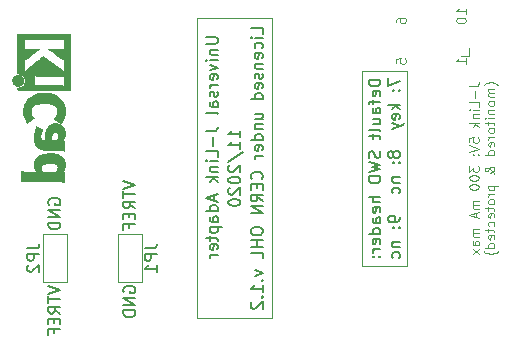
<source format=gbo>
G04 #@! TF.GenerationSoftware,KiCad,Pcbnew,5.1.5-52549c5~86~ubuntu19.04.1*
G04 #@! TF.CreationDate,2020-12-11T00:42:32+01:00*
G04 #@! TF.ProjectId,jlink-tagConnect-adapter-v3,6a6c696e-6b2d-4746-9167-436f6e6e6563,rev?*
G04 #@! TF.SameCoordinates,Original*
G04 #@! TF.FileFunction,Legend,Bot*
G04 #@! TF.FilePolarity,Positive*
%FSLAX46Y46*%
G04 Gerber Fmt 4.6, Leading zero omitted, Abs format (unit mm)*
G04 Created by KiCad (PCBNEW 5.1.5-52549c5~86~ubuntu19.04.1) date 2020-12-11 00:42:32*
%MOMM*%
%LPD*%
G04 APERTURE LIST*
%ADD10C,0.150000*%
%ADD11C,0.120000*%
%ADD12C,0.010000*%
G04 APERTURE END LIST*
D10*
X111847380Y-95585595D02*
X112656904Y-95585595D01*
X112752142Y-95633214D01*
X112799761Y-95680833D01*
X112847380Y-95776071D01*
X112847380Y-95966547D01*
X112799761Y-96061785D01*
X112752142Y-96109404D01*
X112656904Y-96157023D01*
X111847380Y-96157023D01*
X112180714Y-96633214D02*
X112847380Y-96633214D01*
X112275952Y-96633214D02*
X112228333Y-96680833D01*
X112180714Y-96776071D01*
X112180714Y-96918928D01*
X112228333Y-97014166D01*
X112323571Y-97061785D01*
X112847380Y-97061785D01*
X112847380Y-97537976D02*
X112180714Y-97537976D01*
X111847380Y-97537976D02*
X111895000Y-97490357D01*
X111942619Y-97537976D01*
X111895000Y-97585595D01*
X111847380Y-97537976D01*
X111942619Y-97537976D01*
X112180714Y-97918928D02*
X112847380Y-98157023D01*
X112180714Y-98395119D01*
X112799761Y-99157023D02*
X112847380Y-99061785D01*
X112847380Y-98871309D01*
X112799761Y-98776071D01*
X112704523Y-98728452D01*
X112323571Y-98728452D01*
X112228333Y-98776071D01*
X112180714Y-98871309D01*
X112180714Y-99061785D01*
X112228333Y-99157023D01*
X112323571Y-99204642D01*
X112418809Y-99204642D01*
X112514047Y-98728452D01*
X112847380Y-99633214D02*
X112180714Y-99633214D01*
X112371190Y-99633214D02*
X112275952Y-99680833D01*
X112228333Y-99728452D01*
X112180714Y-99823690D01*
X112180714Y-99918928D01*
X112799761Y-100204642D02*
X112847380Y-100299880D01*
X112847380Y-100490357D01*
X112799761Y-100585595D01*
X112704523Y-100633214D01*
X112656904Y-100633214D01*
X112561666Y-100585595D01*
X112514047Y-100490357D01*
X112514047Y-100347499D01*
X112466428Y-100252261D01*
X112371190Y-100204642D01*
X112323571Y-100204642D01*
X112228333Y-100252261D01*
X112180714Y-100347499D01*
X112180714Y-100490357D01*
X112228333Y-100585595D01*
X112847380Y-101490357D02*
X112323571Y-101490357D01*
X112228333Y-101442738D01*
X112180714Y-101347499D01*
X112180714Y-101157023D01*
X112228333Y-101061785D01*
X112799761Y-101490357D02*
X112847380Y-101395119D01*
X112847380Y-101157023D01*
X112799761Y-101061785D01*
X112704523Y-101014166D01*
X112609285Y-101014166D01*
X112514047Y-101061785D01*
X112466428Y-101157023D01*
X112466428Y-101395119D01*
X112418809Y-101490357D01*
X112847380Y-102109404D02*
X112799761Y-102014166D01*
X112704523Y-101966547D01*
X111847380Y-101966547D01*
X111847380Y-103537976D02*
X112561666Y-103537976D01*
X112704523Y-103490357D01*
X112799761Y-103395119D01*
X112847380Y-103252261D01*
X112847380Y-103157023D01*
X112466428Y-104014166D02*
X112466428Y-104776071D01*
X112847380Y-105728452D02*
X112847380Y-105252261D01*
X111847380Y-105252261D01*
X112847380Y-106061785D02*
X112180714Y-106061785D01*
X111847380Y-106061785D02*
X111895000Y-106014166D01*
X111942619Y-106061785D01*
X111895000Y-106109404D01*
X111847380Y-106061785D01*
X111942619Y-106061785D01*
X112180714Y-106537976D02*
X112847380Y-106537976D01*
X112275952Y-106537976D02*
X112228333Y-106585595D01*
X112180714Y-106680833D01*
X112180714Y-106823690D01*
X112228333Y-106918928D01*
X112323571Y-106966547D01*
X112847380Y-106966547D01*
X112847380Y-107442738D02*
X111847380Y-107442738D01*
X112466428Y-107537976D02*
X112847380Y-107823690D01*
X112180714Y-107823690D02*
X112561666Y-107442738D01*
X112561666Y-108966547D02*
X112561666Y-109442738D01*
X112847380Y-108871309D02*
X111847380Y-109204642D01*
X112847380Y-109537976D01*
X112847380Y-110299880D02*
X111847380Y-110299880D01*
X112799761Y-110299880D02*
X112847380Y-110204642D01*
X112847380Y-110014166D01*
X112799761Y-109918928D01*
X112752142Y-109871309D01*
X112656904Y-109823690D01*
X112371190Y-109823690D01*
X112275952Y-109871309D01*
X112228333Y-109918928D01*
X112180714Y-110014166D01*
X112180714Y-110204642D01*
X112228333Y-110299880D01*
X112847380Y-111204642D02*
X112323571Y-111204642D01*
X112228333Y-111157023D01*
X112180714Y-111061785D01*
X112180714Y-110871309D01*
X112228333Y-110776071D01*
X112799761Y-111204642D02*
X112847380Y-111109404D01*
X112847380Y-110871309D01*
X112799761Y-110776071D01*
X112704523Y-110728452D01*
X112609285Y-110728452D01*
X112514047Y-110776071D01*
X112466428Y-110871309D01*
X112466428Y-111109404D01*
X112418809Y-111204642D01*
X112180714Y-111680833D02*
X113180714Y-111680833D01*
X112228333Y-111680833D02*
X112180714Y-111776071D01*
X112180714Y-111966547D01*
X112228333Y-112061785D01*
X112275952Y-112109404D01*
X112371190Y-112157023D01*
X112656904Y-112157023D01*
X112752142Y-112109404D01*
X112799761Y-112061785D01*
X112847380Y-111966547D01*
X112847380Y-111776071D01*
X112799761Y-111680833D01*
X112180714Y-112442738D02*
X112180714Y-112823690D01*
X111847380Y-112585595D02*
X112704523Y-112585595D01*
X112799761Y-112633214D01*
X112847380Y-112728452D01*
X112847380Y-112823690D01*
X112799761Y-113537976D02*
X112847380Y-113442738D01*
X112847380Y-113252261D01*
X112799761Y-113157023D01*
X112704523Y-113109404D01*
X112323571Y-113109404D01*
X112228333Y-113157023D01*
X112180714Y-113252261D01*
X112180714Y-113442738D01*
X112228333Y-113537976D01*
X112323571Y-113585595D01*
X112418809Y-113585595D01*
X112514047Y-113109404D01*
X112847380Y-114014166D02*
X112180714Y-114014166D01*
X112371190Y-114014166D02*
X112275952Y-114061785D01*
X112228333Y-114109404D01*
X112180714Y-114204642D01*
X112180714Y-114299880D01*
D11*
X125095000Y-114935000D02*
X125095000Y-98425000D01*
X128905000Y-114935000D02*
X125095000Y-114935000D01*
X128905000Y-98425000D02*
X128905000Y-114935000D01*
X125095000Y-98425000D02*
X128905000Y-98425000D01*
X111125000Y-119380000D02*
X111125000Y-93980000D01*
X117475000Y-119380000D02*
X111125000Y-119380000D01*
X117475000Y-93980000D02*
X117475000Y-119380000D01*
X111125000Y-93980000D02*
X117475000Y-93980000D01*
X127958904Y-94308428D02*
X127958904Y-94156047D01*
X127997000Y-94079857D01*
X128035095Y-94041761D01*
X128149380Y-93965571D01*
X128301761Y-93927476D01*
X128606523Y-93927476D01*
X128682714Y-93965571D01*
X128720809Y-94003666D01*
X128758904Y-94079857D01*
X128758904Y-94232238D01*
X128720809Y-94308428D01*
X128682714Y-94346523D01*
X128606523Y-94384619D01*
X128416047Y-94384619D01*
X128339857Y-94346523D01*
X128301761Y-94308428D01*
X128263666Y-94232238D01*
X128263666Y-94079857D01*
X128301761Y-94003666D01*
X128339857Y-93965571D01*
X128416047Y-93927476D01*
X127958904Y-97804428D02*
X127958904Y-97423476D01*
X128339857Y-97385380D01*
X128301761Y-97423476D01*
X128263666Y-97499666D01*
X128263666Y-97690142D01*
X128301761Y-97766333D01*
X128339857Y-97804428D01*
X128416047Y-97842523D01*
X128606523Y-97842523D01*
X128682714Y-97804428D01*
X128720809Y-97766333D01*
X128758904Y-97690142D01*
X128758904Y-97499666D01*
X128720809Y-97423476D01*
X128682714Y-97385380D01*
X133838904Y-93622714D02*
X133838904Y-93165571D01*
X133838904Y-93394142D02*
X133038904Y-93394142D01*
X133153190Y-93317952D01*
X133229380Y-93241761D01*
X133267476Y-93165571D01*
X133038904Y-94117952D02*
X133038904Y-94194142D01*
X133077000Y-94270333D01*
X133115095Y-94308428D01*
X133191285Y-94346523D01*
X133343666Y-94384619D01*
X133534142Y-94384619D01*
X133686523Y-94346523D01*
X133762714Y-94308428D01*
X133800809Y-94270333D01*
X133838904Y-94194142D01*
X133838904Y-94117952D01*
X133800809Y-94041761D01*
X133762714Y-94003666D01*
X133686523Y-93965571D01*
X133534142Y-93927476D01*
X133343666Y-93927476D01*
X133191285Y-93965571D01*
X133115095Y-94003666D01*
X133077000Y-94041761D01*
X133038904Y-94117952D01*
X133838904Y-97842523D02*
X133838904Y-97385380D01*
X133838904Y-97613952D02*
X133038904Y-97613952D01*
X133153190Y-97537761D01*
X133229380Y-97461571D01*
X133267476Y-97385380D01*
D10*
X114752380Y-104060952D02*
X114752380Y-103489523D01*
X114752380Y-103775238D02*
X113752380Y-103775238D01*
X113895238Y-103680000D01*
X113990476Y-103584761D01*
X114038095Y-103489523D01*
X114752380Y-105013333D02*
X114752380Y-104441904D01*
X114752380Y-104727619D02*
X113752380Y-104727619D01*
X113895238Y-104632380D01*
X113990476Y-104537142D01*
X114038095Y-104441904D01*
X113704761Y-106156190D02*
X114990476Y-105299047D01*
X113847619Y-106441904D02*
X113800000Y-106489523D01*
X113752380Y-106584761D01*
X113752380Y-106822857D01*
X113800000Y-106918095D01*
X113847619Y-106965714D01*
X113942857Y-107013333D01*
X114038095Y-107013333D01*
X114180952Y-106965714D01*
X114752380Y-106394285D01*
X114752380Y-107013333D01*
X113752380Y-107632380D02*
X113752380Y-107727619D01*
X113800000Y-107822857D01*
X113847619Y-107870476D01*
X113942857Y-107918095D01*
X114133333Y-107965714D01*
X114371428Y-107965714D01*
X114561904Y-107918095D01*
X114657142Y-107870476D01*
X114704761Y-107822857D01*
X114752380Y-107727619D01*
X114752380Y-107632380D01*
X114704761Y-107537142D01*
X114657142Y-107489523D01*
X114561904Y-107441904D01*
X114371428Y-107394285D01*
X114133333Y-107394285D01*
X113942857Y-107441904D01*
X113847619Y-107489523D01*
X113800000Y-107537142D01*
X113752380Y-107632380D01*
X113847619Y-108346666D02*
X113800000Y-108394285D01*
X113752380Y-108489523D01*
X113752380Y-108727619D01*
X113800000Y-108822857D01*
X113847619Y-108870476D01*
X113942857Y-108918095D01*
X114038095Y-108918095D01*
X114180952Y-108870476D01*
X114752380Y-108299047D01*
X114752380Y-108918095D01*
X113752380Y-109537142D02*
X113752380Y-109632380D01*
X113800000Y-109727619D01*
X113847619Y-109775238D01*
X113942857Y-109822857D01*
X114133333Y-109870476D01*
X114371428Y-109870476D01*
X114561904Y-109822857D01*
X114657142Y-109775238D01*
X114704761Y-109727619D01*
X114752380Y-109632380D01*
X114752380Y-109537142D01*
X114704761Y-109441904D01*
X114657142Y-109394285D01*
X114561904Y-109346666D01*
X114371428Y-109299047D01*
X114133333Y-109299047D01*
X113942857Y-109346666D01*
X113847619Y-109394285D01*
X113800000Y-109441904D01*
X113752380Y-109537142D01*
X116657380Y-95299047D02*
X116657380Y-94822857D01*
X115657380Y-94822857D01*
X116657380Y-95632380D02*
X115990714Y-95632380D01*
X115657380Y-95632380D02*
X115705000Y-95584761D01*
X115752619Y-95632380D01*
X115705000Y-95680000D01*
X115657380Y-95632380D01*
X115752619Y-95632380D01*
X116609761Y-96537142D02*
X116657380Y-96441904D01*
X116657380Y-96251428D01*
X116609761Y-96156190D01*
X116562142Y-96108571D01*
X116466904Y-96060952D01*
X116181190Y-96060952D01*
X116085952Y-96108571D01*
X116038333Y-96156190D01*
X115990714Y-96251428D01*
X115990714Y-96441904D01*
X116038333Y-96537142D01*
X116609761Y-97346666D02*
X116657380Y-97251428D01*
X116657380Y-97060952D01*
X116609761Y-96965714D01*
X116514523Y-96918095D01*
X116133571Y-96918095D01*
X116038333Y-96965714D01*
X115990714Y-97060952D01*
X115990714Y-97251428D01*
X116038333Y-97346666D01*
X116133571Y-97394285D01*
X116228809Y-97394285D01*
X116324047Y-96918095D01*
X115990714Y-97822857D02*
X116657380Y-97822857D01*
X116085952Y-97822857D02*
X116038333Y-97870476D01*
X115990714Y-97965714D01*
X115990714Y-98108571D01*
X116038333Y-98203809D01*
X116133571Y-98251428D01*
X116657380Y-98251428D01*
X116609761Y-98680000D02*
X116657380Y-98775238D01*
X116657380Y-98965714D01*
X116609761Y-99060952D01*
X116514523Y-99108571D01*
X116466904Y-99108571D01*
X116371666Y-99060952D01*
X116324047Y-98965714D01*
X116324047Y-98822857D01*
X116276428Y-98727619D01*
X116181190Y-98680000D01*
X116133571Y-98680000D01*
X116038333Y-98727619D01*
X115990714Y-98822857D01*
X115990714Y-98965714D01*
X116038333Y-99060952D01*
X116609761Y-99918095D02*
X116657380Y-99822857D01*
X116657380Y-99632380D01*
X116609761Y-99537142D01*
X116514523Y-99489523D01*
X116133571Y-99489523D01*
X116038333Y-99537142D01*
X115990714Y-99632380D01*
X115990714Y-99822857D01*
X116038333Y-99918095D01*
X116133571Y-99965714D01*
X116228809Y-99965714D01*
X116324047Y-99489523D01*
X116657380Y-100822857D02*
X115657380Y-100822857D01*
X116609761Y-100822857D02*
X116657380Y-100727619D01*
X116657380Y-100537142D01*
X116609761Y-100441904D01*
X116562142Y-100394285D01*
X116466904Y-100346666D01*
X116181190Y-100346666D01*
X116085952Y-100394285D01*
X116038333Y-100441904D01*
X115990714Y-100537142D01*
X115990714Y-100727619D01*
X116038333Y-100822857D01*
X115990714Y-102489523D02*
X116657380Y-102489523D01*
X115990714Y-102060952D02*
X116514523Y-102060952D01*
X116609761Y-102108571D01*
X116657380Y-102203809D01*
X116657380Y-102346666D01*
X116609761Y-102441904D01*
X116562142Y-102489523D01*
X115990714Y-102965714D02*
X116657380Y-102965714D01*
X116085952Y-102965714D02*
X116038333Y-103013333D01*
X115990714Y-103108571D01*
X115990714Y-103251428D01*
X116038333Y-103346666D01*
X116133571Y-103394285D01*
X116657380Y-103394285D01*
X116657380Y-104299047D02*
X115657380Y-104299047D01*
X116609761Y-104299047D02*
X116657380Y-104203809D01*
X116657380Y-104013333D01*
X116609761Y-103918095D01*
X116562142Y-103870476D01*
X116466904Y-103822857D01*
X116181190Y-103822857D01*
X116085952Y-103870476D01*
X116038333Y-103918095D01*
X115990714Y-104013333D01*
X115990714Y-104203809D01*
X116038333Y-104299047D01*
X116609761Y-105156190D02*
X116657380Y-105060952D01*
X116657380Y-104870476D01*
X116609761Y-104775238D01*
X116514523Y-104727619D01*
X116133571Y-104727619D01*
X116038333Y-104775238D01*
X115990714Y-104870476D01*
X115990714Y-105060952D01*
X116038333Y-105156190D01*
X116133571Y-105203809D01*
X116228809Y-105203809D01*
X116324047Y-104727619D01*
X116657380Y-105632380D02*
X115990714Y-105632380D01*
X116181190Y-105632380D02*
X116085952Y-105680000D01*
X116038333Y-105727619D01*
X115990714Y-105822857D01*
X115990714Y-105918095D01*
X116562142Y-107584761D02*
X116609761Y-107537142D01*
X116657380Y-107394285D01*
X116657380Y-107299047D01*
X116609761Y-107156190D01*
X116514523Y-107060952D01*
X116419285Y-107013333D01*
X116228809Y-106965714D01*
X116085952Y-106965714D01*
X115895476Y-107013333D01*
X115800238Y-107060952D01*
X115705000Y-107156190D01*
X115657380Y-107299047D01*
X115657380Y-107394285D01*
X115705000Y-107537142D01*
X115752619Y-107584761D01*
X116133571Y-108013333D02*
X116133571Y-108346666D01*
X116657380Y-108489523D02*
X116657380Y-108013333D01*
X115657380Y-108013333D01*
X115657380Y-108489523D01*
X116657380Y-109489523D02*
X116181190Y-109156190D01*
X116657380Y-108918095D02*
X115657380Y-108918095D01*
X115657380Y-109299047D01*
X115705000Y-109394285D01*
X115752619Y-109441904D01*
X115847857Y-109489523D01*
X115990714Y-109489523D01*
X116085952Y-109441904D01*
X116133571Y-109394285D01*
X116181190Y-109299047D01*
X116181190Y-108918095D01*
X116657380Y-109918095D02*
X115657380Y-109918095D01*
X116657380Y-110489523D01*
X115657380Y-110489523D01*
X115657380Y-111918095D02*
X115657380Y-112108571D01*
X115705000Y-112203809D01*
X115800238Y-112299047D01*
X115990714Y-112346666D01*
X116324047Y-112346666D01*
X116514523Y-112299047D01*
X116609761Y-112203809D01*
X116657380Y-112108571D01*
X116657380Y-111918095D01*
X116609761Y-111822857D01*
X116514523Y-111727619D01*
X116324047Y-111680000D01*
X115990714Y-111680000D01*
X115800238Y-111727619D01*
X115705000Y-111822857D01*
X115657380Y-111918095D01*
X116657380Y-112775238D02*
X115657380Y-112775238D01*
X116133571Y-112775238D02*
X116133571Y-113346666D01*
X116657380Y-113346666D02*
X115657380Y-113346666D01*
X116657380Y-114299047D02*
X116657380Y-113822857D01*
X115657380Y-113822857D01*
X115990714Y-115299047D02*
X116657380Y-115537142D01*
X115990714Y-115775238D01*
X116562142Y-116156190D02*
X116609761Y-116203809D01*
X116657380Y-116156190D01*
X116609761Y-116108571D01*
X116562142Y-116156190D01*
X116657380Y-116156190D01*
X116657380Y-117156190D02*
X116657380Y-116584761D01*
X116657380Y-116870476D02*
X115657380Y-116870476D01*
X115800238Y-116775238D01*
X115895476Y-116680000D01*
X115943095Y-116584761D01*
X116562142Y-117584761D02*
X116609761Y-117632380D01*
X116657380Y-117584761D01*
X116609761Y-117537142D01*
X116562142Y-117584761D01*
X116657380Y-117584761D01*
X115752619Y-118013333D02*
X115705000Y-118060952D01*
X115657380Y-118156190D01*
X115657380Y-118394285D01*
X115705000Y-118489523D01*
X115752619Y-118537142D01*
X115847857Y-118584761D01*
X115943095Y-118584761D01*
X116085952Y-118537142D01*
X116657380Y-117965714D01*
X116657380Y-118584761D01*
X126627380Y-99180000D02*
X125627380Y-99180000D01*
X125627380Y-99418095D01*
X125675000Y-99560952D01*
X125770238Y-99656190D01*
X125865476Y-99703809D01*
X126055952Y-99751428D01*
X126198809Y-99751428D01*
X126389285Y-99703809D01*
X126484523Y-99656190D01*
X126579761Y-99560952D01*
X126627380Y-99418095D01*
X126627380Y-99180000D01*
X126579761Y-100560952D02*
X126627380Y-100465714D01*
X126627380Y-100275238D01*
X126579761Y-100180000D01*
X126484523Y-100132380D01*
X126103571Y-100132380D01*
X126008333Y-100180000D01*
X125960714Y-100275238D01*
X125960714Y-100465714D01*
X126008333Y-100560952D01*
X126103571Y-100608571D01*
X126198809Y-100608571D01*
X126294047Y-100132380D01*
X125960714Y-100894285D02*
X125960714Y-101275238D01*
X126627380Y-101037142D02*
X125770238Y-101037142D01*
X125675000Y-101084761D01*
X125627380Y-101180000D01*
X125627380Y-101275238D01*
X126627380Y-102037142D02*
X126103571Y-102037142D01*
X126008333Y-101989523D01*
X125960714Y-101894285D01*
X125960714Y-101703809D01*
X126008333Y-101608571D01*
X126579761Y-102037142D02*
X126627380Y-101941904D01*
X126627380Y-101703809D01*
X126579761Y-101608571D01*
X126484523Y-101560952D01*
X126389285Y-101560952D01*
X126294047Y-101608571D01*
X126246428Y-101703809D01*
X126246428Y-101941904D01*
X126198809Y-102037142D01*
X125960714Y-102941904D02*
X126627380Y-102941904D01*
X125960714Y-102513333D02*
X126484523Y-102513333D01*
X126579761Y-102560952D01*
X126627380Y-102656190D01*
X126627380Y-102799047D01*
X126579761Y-102894285D01*
X126532142Y-102941904D01*
X126627380Y-103560952D02*
X126579761Y-103465714D01*
X126484523Y-103418095D01*
X125627380Y-103418095D01*
X125960714Y-103799047D02*
X125960714Y-104180000D01*
X125627380Y-103941904D02*
X126484523Y-103941904D01*
X126579761Y-103989523D01*
X126627380Y-104084761D01*
X126627380Y-104180000D01*
X126579761Y-105227619D02*
X126627380Y-105370476D01*
X126627380Y-105608571D01*
X126579761Y-105703809D01*
X126532142Y-105751428D01*
X126436904Y-105799047D01*
X126341666Y-105799047D01*
X126246428Y-105751428D01*
X126198809Y-105703809D01*
X126151190Y-105608571D01*
X126103571Y-105418095D01*
X126055952Y-105322857D01*
X126008333Y-105275238D01*
X125913095Y-105227619D01*
X125817857Y-105227619D01*
X125722619Y-105275238D01*
X125675000Y-105322857D01*
X125627380Y-105418095D01*
X125627380Y-105656190D01*
X125675000Y-105799047D01*
X125627380Y-106132380D02*
X126627380Y-106370476D01*
X125913095Y-106560952D01*
X126627380Y-106751428D01*
X125627380Y-106989523D01*
X126627380Y-107370476D02*
X125627380Y-107370476D01*
X125627380Y-107608571D01*
X125675000Y-107751428D01*
X125770238Y-107846666D01*
X125865476Y-107894285D01*
X126055952Y-107941904D01*
X126198809Y-107941904D01*
X126389285Y-107894285D01*
X126484523Y-107846666D01*
X126579761Y-107751428D01*
X126627380Y-107608571D01*
X126627380Y-107370476D01*
X126627380Y-109132380D02*
X125627380Y-109132380D01*
X126627380Y-109560952D02*
X126103571Y-109560952D01*
X126008333Y-109513333D01*
X125960714Y-109418095D01*
X125960714Y-109275238D01*
X126008333Y-109180000D01*
X126055952Y-109132380D01*
X126579761Y-110418095D02*
X126627380Y-110322857D01*
X126627380Y-110132380D01*
X126579761Y-110037142D01*
X126484523Y-109989523D01*
X126103571Y-109989523D01*
X126008333Y-110037142D01*
X125960714Y-110132380D01*
X125960714Y-110322857D01*
X126008333Y-110418095D01*
X126103571Y-110465714D01*
X126198809Y-110465714D01*
X126294047Y-109989523D01*
X126627380Y-111322857D02*
X126103571Y-111322857D01*
X126008333Y-111275238D01*
X125960714Y-111180000D01*
X125960714Y-110989523D01*
X126008333Y-110894285D01*
X126579761Y-111322857D02*
X126627380Y-111227619D01*
X126627380Y-110989523D01*
X126579761Y-110894285D01*
X126484523Y-110846666D01*
X126389285Y-110846666D01*
X126294047Y-110894285D01*
X126246428Y-110989523D01*
X126246428Y-111227619D01*
X126198809Y-111322857D01*
X126627380Y-112227619D02*
X125627380Y-112227619D01*
X126579761Y-112227619D02*
X126627380Y-112132380D01*
X126627380Y-111941904D01*
X126579761Y-111846666D01*
X126532142Y-111799047D01*
X126436904Y-111751428D01*
X126151190Y-111751428D01*
X126055952Y-111799047D01*
X126008333Y-111846666D01*
X125960714Y-111941904D01*
X125960714Y-112132380D01*
X126008333Y-112227619D01*
X126579761Y-113084761D02*
X126627380Y-112989523D01*
X126627380Y-112799047D01*
X126579761Y-112703809D01*
X126484523Y-112656190D01*
X126103571Y-112656190D01*
X126008333Y-112703809D01*
X125960714Y-112799047D01*
X125960714Y-112989523D01*
X126008333Y-113084761D01*
X126103571Y-113132380D01*
X126198809Y-113132380D01*
X126294047Y-112656190D01*
X126627380Y-113560952D02*
X125960714Y-113560952D01*
X126151190Y-113560952D02*
X126055952Y-113608571D01*
X126008333Y-113656190D01*
X125960714Y-113751428D01*
X125960714Y-113846666D01*
X126532142Y-114180000D02*
X126579761Y-114227619D01*
X126627380Y-114180000D01*
X126579761Y-114132380D01*
X126532142Y-114180000D01*
X126627380Y-114180000D01*
X126008333Y-114180000D02*
X126055952Y-114227619D01*
X126103571Y-114180000D01*
X126055952Y-114132380D01*
X126008333Y-114180000D01*
X126103571Y-114180000D01*
X127277380Y-99037142D02*
X127277380Y-99703809D01*
X128277380Y-99275238D01*
X128182142Y-100084761D02*
X128229761Y-100132380D01*
X128277380Y-100084761D01*
X128229761Y-100037142D01*
X128182142Y-100084761D01*
X128277380Y-100084761D01*
X127658333Y-100084761D02*
X127705952Y-100132380D01*
X127753571Y-100084761D01*
X127705952Y-100037142D01*
X127658333Y-100084761D01*
X127753571Y-100084761D01*
X128277380Y-101322857D02*
X127277380Y-101322857D01*
X127896428Y-101418095D02*
X128277380Y-101703809D01*
X127610714Y-101703809D02*
X127991666Y-101322857D01*
X128229761Y-102513333D02*
X128277380Y-102418095D01*
X128277380Y-102227619D01*
X128229761Y-102132380D01*
X128134523Y-102084761D01*
X127753571Y-102084761D01*
X127658333Y-102132380D01*
X127610714Y-102227619D01*
X127610714Y-102418095D01*
X127658333Y-102513333D01*
X127753571Y-102560952D01*
X127848809Y-102560952D01*
X127944047Y-102084761D01*
X127610714Y-102894285D02*
X128277380Y-103132380D01*
X127610714Y-103370476D02*
X128277380Y-103132380D01*
X128515476Y-103037142D01*
X128563095Y-102989523D01*
X128610714Y-102894285D01*
X127705952Y-105418095D02*
X127658333Y-105322857D01*
X127610714Y-105275238D01*
X127515476Y-105227619D01*
X127467857Y-105227619D01*
X127372619Y-105275238D01*
X127325000Y-105322857D01*
X127277380Y-105418095D01*
X127277380Y-105608571D01*
X127325000Y-105703809D01*
X127372619Y-105751428D01*
X127467857Y-105799047D01*
X127515476Y-105799047D01*
X127610714Y-105751428D01*
X127658333Y-105703809D01*
X127705952Y-105608571D01*
X127705952Y-105418095D01*
X127753571Y-105322857D01*
X127801190Y-105275238D01*
X127896428Y-105227619D01*
X128086904Y-105227619D01*
X128182142Y-105275238D01*
X128229761Y-105322857D01*
X128277380Y-105418095D01*
X128277380Y-105608571D01*
X128229761Y-105703809D01*
X128182142Y-105751428D01*
X128086904Y-105799047D01*
X127896428Y-105799047D01*
X127801190Y-105751428D01*
X127753571Y-105703809D01*
X127705952Y-105608571D01*
X128182142Y-106227619D02*
X128229761Y-106275238D01*
X128277380Y-106227619D01*
X128229761Y-106179999D01*
X128182142Y-106227619D01*
X128277380Y-106227619D01*
X127658333Y-106227619D02*
X127705952Y-106275238D01*
X127753571Y-106227619D01*
X127705952Y-106179999D01*
X127658333Y-106227619D01*
X127753571Y-106227619D01*
X127610714Y-107465714D02*
X128277380Y-107465714D01*
X127705952Y-107465714D02*
X127658333Y-107513333D01*
X127610714Y-107608571D01*
X127610714Y-107751428D01*
X127658333Y-107846666D01*
X127753571Y-107894285D01*
X128277380Y-107894285D01*
X128229761Y-108799047D02*
X128277380Y-108703809D01*
X128277380Y-108513333D01*
X128229761Y-108418095D01*
X128182142Y-108370476D01*
X128086904Y-108322857D01*
X127801190Y-108322857D01*
X127705952Y-108370476D01*
X127658333Y-108418095D01*
X127610714Y-108513333D01*
X127610714Y-108703809D01*
X127658333Y-108799047D01*
X128277380Y-110799047D02*
X128277380Y-110989523D01*
X128229761Y-111084761D01*
X128182142Y-111132380D01*
X128039285Y-111227619D01*
X127848809Y-111275238D01*
X127467857Y-111275238D01*
X127372619Y-111227619D01*
X127325000Y-111179999D01*
X127277380Y-111084761D01*
X127277380Y-110894285D01*
X127325000Y-110799047D01*
X127372619Y-110751428D01*
X127467857Y-110703809D01*
X127705952Y-110703809D01*
X127801190Y-110751428D01*
X127848809Y-110799047D01*
X127896428Y-110894285D01*
X127896428Y-111084761D01*
X127848809Y-111179999D01*
X127801190Y-111227619D01*
X127705952Y-111275238D01*
X128182142Y-111703809D02*
X128229761Y-111751428D01*
X128277380Y-111703809D01*
X128229761Y-111656190D01*
X128182142Y-111703809D01*
X128277380Y-111703809D01*
X127658333Y-111703809D02*
X127705952Y-111751428D01*
X127753571Y-111703809D01*
X127705952Y-111656190D01*
X127658333Y-111703809D01*
X127753571Y-111703809D01*
X127610714Y-112941904D02*
X128277380Y-112941904D01*
X127705952Y-112941904D02*
X127658333Y-112989523D01*
X127610714Y-113084761D01*
X127610714Y-113227619D01*
X127658333Y-113322857D01*
X127753571Y-113370476D01*
X128277380Y-113370476D01*
X128229761Y-114275238D02*
X128277380Y-114179999D01*
X128277380Y-113989523D01*
X128229761Y-113894285D01*
X128182142Y-113846666D01*
X128086904Y-113799047D01*
X127801190Y-113799047D01*
X127705952Y-113846666D01*
X127658333Y-113894285D01*
X127610714Y-113989523D01*
X127610714Y-114179999D01*
X127658333Y-114275238D01*
D11*
X134156904Y-99727619D02*
X134728333Y-99727619D01*
X134842619Y-99689523D01*
X134918809Y-99613333D01*
X134956904Y-99499047D01*
X134956904Y-99422857D01*
X134652142Y-100108571D02*
X134652142Y-100718095D01*
X134956904Y-101480000D02*
X134956904Y-101099047D01*
X134156904Y-101099047D01*
X134956904Y-101746666D02*
X134423571Y-101746666D01*
X134156904Y-101746666D02*
X134195000Y-101708571D01*
X134233095Y-101746666D01*
X134195000Y-101784761D01*
X134156904Y-101746666D01*
X134233095Y-101746666D01*
X134423571Y-102127619D02*
X134956904Y-102127619D01*
X134499761Y-102127619D02*
X134461666Y-102165714D01*
X134423571Y-102241904D01*
X134423571Y-102356190D01*
X134461666Y-102432380D01*
X134537857Y-102470476D01*
X134956904Y-102470476D01*
X134956904Y-102851428D02*
X134156904Y-102851428D01*
X134652142Y-102927619D02*
X134956904Y-103156190D01*
X134423571Y-103156190D02*
X134728333Y-102851428D01*
X134156904Y-104489523D02*
X134156904Y-104108571D01*
X134537857Y-104070476D01*
X134499761Y-104108571D01*
X134461666Y-104184761D01*
X134461666Y-104375238D01*
X134499761Y-104451428D01*
X134537857Y-104489523D01*
X134614047Y-104527619D01*
X134804523Y-104527619D01*
X134880714Y-104489523D01*
X134918809Y-104451428D01*
X134956904Y-104375238D01*
X134956904Y-104184761D01*
X134918809Y-104108571D01*
X134880714Y-104070476D01*
X134156904Y-104756190D02*
X134956904Y-105022857D01*
X134156904Y-105289523D01*
X134880714Y-105556190D02*
X134918809Y-105594285D01*
X134956904Y-105556190D01*
X134918809Y-105518095D01*
X134880714Y-105556190D01*
X134956904Y-105556190D01*
X134461666Y-105556190D02*
X134499761Y-105594285D01*
X134537857Y-105556190D01*
X134499761Y-105518095D01*
X134461666Y-105556190D01*
X134537857Y-105556190D01*
X134156904Y-106470476D02*
X134156904Y-106965714D01*
X134461666Y-106699047D01*
X134461666Y-106813333D01*
X134499761Y-106889523D01*
X134537857Y-106927619D01*
X134614047Y-106965714D01*
X134804523Y-106965714D01*
X134880714Y-106927619D01*
X134918809Y-106889523D01*
X134956904Y-106813333D01*
X134956904Y-106584761D01*
X134918809Y-106508571D01*
X134880714Y-106470476D01*
X134156904Y-107460952D02*
X134156904Y-107537142D01*
X134195000Y-107613333D01*
X134233095Y-107651428D01*
X134309285Y-107689523D01*
X134461666Y-107727619D01*
X134652142Y-107727619D01*
X134804523Y-107689523D01*
X134880714Y-107651428D01*
X134918809Y-107613333D01*
X134956904Y-107537142D01*
X134956904Y-107460952D01*
X134918809Y-107384761D01*
X134880714Y-107346666D01*
X134804523Y-107308571D01*
X134652142Y-107270476D01*
X134461666Y-107270476D01*
X134309285Y-107308571D01*
X134233095Y-107346666D01*
X134195000Y-107384761D01*
X134156904Y-107460952D01*
X134156904Y-108222857D02*
X134156904Y-108299047D01*
X134195000Y-108375238D01*
X134233095Y-108413333D01*
X134309285Y-108451428D01*
X134461666Y-108489523D01*
X134652142Y-108489523D01*
X134804523Y-108451428D01*
X134880714Y-108413333D01*
X134918809Y-108375238D01*
X134956904Y-108299047D01*
X134956904Y-108222857D01*
X134918809Y-108146666D01*
X134880714Y-108108571D01*
X134804523Y-108070476D01*
X134652142Y-108032380D01*
X134461666Y-108032380D01*
X134309285Y-108070476D01*
X134233095Y-108108571D01*
X134195000Y-108146666D01*
X134156904Y-108222857D01*
X134956904Y-109441904D02*
X134423571Y-109441904D01*
X134499761Y-109441904D02*
X134461666Y-109480000D01*
X134423571Y-109556190D01*
X134423571Y-109670476D01*
X134461666Y-109746666D01*
X134537857Y-109784761D01*
X134956904Y-109784761D01*
X134537857Y-109784761D02*
X134461666Y-109822857D01*
X134423571Y-109899047D01*
X134423571Y-110013333D01*
X134461666Y-110089523D01*
X134537857Y-110127619D01*
X134956904Y-110127619D01*
X134728333Y-110470476D02*
X134728333Y-110851428D01*
X134956904Y-110394285D02*
X134156904Y-110660952D01*
X134956904Y-110927619D01*
X134956904Y-111803809D02*
X134423571Y-111803809D01*
X134499761Y-111803809D02*
X134461666Y-111841904D01*
X134423571Y-111918095D01*
X134423571Y-112032380D01*
X134461666Y-112108571D01*
X134537857Y-112146666D01*
X134956904Y-112146666D01*
X134537857Y-112146666D02*
X134461666Y-112184761D01*
X134423571Y-112260952D01*
X134423571Y-112375238D01*
X134461666Y-112451428D01*
X134537857Y-112489523D01*
X134956904Y-112489523D01*
X134956904Y-113213333D02*
X134537857Y-113213333D01*
X134461666Y-113175238D01*
X134423571Y-113099047D01*
X134423571Y-112946666D01*
X134461666Y-112870476D01*
X134918809Y-113213333D02*
X134956904Y-113137142D01*
X134956904Y-112946666D01*
X134918809Y-112870476D01*
X134842619Y-112832380D01*
X134766428Y-112832380D01*
X134690238Y-112870476D01*
X134652142Y-112946666D01*
X134652142Y-113137142D01*
X134614047Y-113213333D01*
X134956904Y-113518095D02*
X134423571Y-113937142D01*
X134423571Y-113518095D02*
X134956904Y-113937142D01*
X136581666Y-99651428D02*
X136543571Y-99613333D01*
X136429285Y-99537142D01*
X136353095Y-99499047D01*
X136238809Y-99460952D01*
X136048333Y-99422857D01*
X135895952Y-99422857D01*
X135705476Y-99460952D01*
X135591190Y-99499047D01*
X135515000Y-99537142D01*
X135400714Y-99613333D01*
X135362619Y-99651428D01*
X136276904Y-99956190D02*
X135743571Y-99956190D01*
X135819761Y-99956190D02*
X135781666Y-99994285D01*
X135743571Y-100070476D01*
X135743571Y-100184761D01*
X135781666Y-100260952D01*
X135857857Y-100299047D01*
X136276904Y-100299047D01*
X135857857Y-100299047D02*
X135781666Y-100337142D01*
X135743571Y-100413333D01*
X135743571Y-100527619D01*
X135781666Y-100603809D01*
X135857857Y-100641904D01*
X136276904Y-100641904D01*
X136276904Y-101137142D02*
X136238809Y-101060952D01*
X136200714Y-101022857D01*
X136124523Y-100984761D01*
X135895952Y-100984761D01*
X135819761Y-101022857D01*
X135781666Y-101060952D01*
X135743571Y-101137142D01*
X135743571Y-101251428D01*
X135781666Y-101327619D01*
X135819761Y-101365714D01*
X135895952Y-101403809D01*
X136124523Y-101403809D01*
X136200714Y-101365714D01*
X136238809Y-101327619D01*
X136276904Y-101251428D01*
X136276904Y-101137142D01*
X135743571Y-101746666D02*
X136276904Y-101746666D01*
X135819761Y-101746666D02*
X135781666Y-101784761D01*
X135743571Y-101860952D01*
X135743571Y-101975238D01*
X135781666Y-102051428D01*
X135857857Y-102089523D01*
X136276904Y-102089523D01*
X136276904Y-102470476D02*
X135743571Y-102470476D01*
X135476904Y-102470476D02*
X135515000Y-102432380D01*
X135553095Y-102470476D01*
X135515000Y-102508571D01*
X135476904Y-102470476D01*
X135553095Y-102470476D01*
X135743571Y-102737142D02*
X135743571Y-103041904D01*
X135476904Y-102851428D02*
X136162619Y-102851428D01*
X136238809Y-102889523D01*
X136276904Y-102965714D01*
X136276904Y-103041904D01*
X136276904Y-103422857D02*
X136238809Y-103346666D01*
X136200714Y-103308571D01*
X136124523Y-103270476D01*
X135895952Y-103270476D01*
X135819761Y-103308571D01*
X135781666Y-103346666D01*
X135743571Y-103422857D01*
X135743571Y-103537142D01*
X135781666Y-103613333D01*
X135819761Y-103651428D01*
X135895952Y-103689523D01*
X136124523Y-103689523D01*
X136200714Y-103651428D01*
X136238809Y-103613333D01*
X136276904Y-103537142D01*
X136276904Y-103422857D01*
X136276904Y-104032380D02*
X135743571Y-104032380D01*
X135895952Y-104032380D02*
X135819761Y-104070476D01*
X135781666Y-104108571D01*
X135743571Y-104184761D01*
X135743571Y-104260952D01*
X136238809Y-104832380D02*
X136276904Y-104756190D01*
X136276904Y-104603809D01*
X136238809Y-104527619D01*
X136162619Y-104489523D01*
X135857857Y-104489523D01*
X135781666Y-104527619D01*
X135743571Y-104603809D01*
X135743571Y-104756190D01*
X135781666Y-104832380D01*
X135857857Y-104870476D01*
X135934047Y-104870476D01*
X136010238Y-104489523D01*
X136276904Y-105556190D02*
X135476904Y-105556190D01*
X136238809Y-105556190D02*
X136276904Y-105480000D01*
X136276904Y-105327619D01*
X136238809Y-105251428D01*
X136200714Y-105213333D01*
X136124523Y-105175238D01*
X135895952Y-105175238D01*
X135819761Y-105213333D01*
X135781666Y-105251428D01*
X135743571Y-105327619D01*
X135743571Y-105480000D01*
X135781666Y-105556190D01*
X136276904Y-107194285D02*
X136276904Y-107156190D01*
X136238809Y-107080000D01*
X136124523Y-106965714D01*
X135895952Y-106775238D01*
X135781666Y-106699047D01*
X135667380Y-106660952D01*
X135591190Y-106660952D01*
X135515000Y-106699047D01*
X135476904Y-106775238D01*
X135476904Y-106813333D01*
X135515000Y-106889523D01*
X135591190Y-106927619D01*
X135629285Y-106927619D01*
X135705476Y-106889523D01*
X135743571Y-106851428D01*
X135895952Y-106622857D01*
X135934047Y-106584761D01*
X136010238Y-106546666D01*
X136124523Y-106546666D01*
X136200714Y-106584761D01*
X136238809Y-106622857D01*
X136276904Y-106699047D01*
X136276904Y-106813333D01*
X136238809Y-106889523D01*
X136200714Y-106927619D01*
X136048333Y-107041904D01*
X135934047Y-107080000D01*
X135857857Y-107080000D01*
X135743571Y-108146666D02*
X136543571Y-108146666D01*
X135781666Y-108146666D02*
X135743571Y-108222857D01*
X135743571Y-108375238D01*
X135781666Y-108451428D01*
X135819761Y-108489523D01*
X135895952Y-108527619D01*
X136124523Y-108527619D01*
X136200714Y-108489523D01*
X136238809Y-108451428D01*
X136276904Y-108375238D01*
X136276904Y-108222857D01*
X136238809Y-108146666D01*
X136276904Y-108870476D02*
X135743571Y-108870476D01*
X135895952Y-108870476D02*
X135819761Y-108908571D01*
X135781666Y-108946666D01*
X135743571Y-109022857D01*
X135743571Y-109099047D01*
X136276904Y-109480000D02*
X136238809Y-109403809D01*
X136200714Y-109365714D01*
X136124523Y-109327619D01*
X135895952Y-109327619D01*
X135819761Y-109365714D01*
X135781666Y-109403809D01*
X135743571Y-109480000D01*
X135743571Y-109594285D01*
X135781666Y-109670476D01*
X135819761Y-109708571D01*
X135895952Y-109746666D01*
X136124523Y-109746666D01*
X136200714Y-109708571D01*
X136238809Y-109670476D01*
X136276904Y-109594285D01*
X136276904Y-109480000D01*
X135743571Y-109975238D02*
X135743571Y-110280000D01*
X135476904Y-110089523D02*
X136162619Y-110089523D01*
X136238809Y-110127619D01*
X136276904Y-110203809D01*
X136276904Y-110280000D01*
X136238809Y-110851428D02*
X136276904Y-110775238D01*
X136276904Y-110622857D01*
X136238809Y-110546666D01*
X136162619Y-110508571D01*
X135857857Y-110508571D01*
X135781666Y-110546666D01*
X135743571Y-110622857D01*
X135743571Y-110775238D01*
X135781666Y-110851428D01*
X135857857Y-110889523D01*
X135934047Y-110889523D01*
X136010238Y-110508571D01*
X136238809Y-111575238D02*
X136276904Y-111499047D01*
X136276904Y-111346666D01*
X136238809Y-111270476D01*
X136200714Y-111232380D01*
X136124523Y-111194285D01*
X135895952Y-111194285D01*
X135819761Y-111232380D01*
X135781666Y-111270476D01*
X135743571Y-111346666D01*
X135743571Y-111499047D01*
X135781666Y-111575238D01*
X135743571Y-111803809D02*
X135743571Y-112108571D01*
X135476904Y-111918095D02*
X136162619Y-111918095D01*
X136238809Y-111956190D01*
X136276904Y-112032380D01*
X136276904Y-112108571D01*
X136238809Y-112680000D02*
X136276904Y-112603809D01*
X136276904Y-112451428D01*
X136238809Y-112375238D01*
X136162619Y-112337142D01*
X135857857Y-112337142D01*
X135781666Y-112375238D01*
X135743571Y-112451428D01*
X135743571Y-112603809D01*
X135781666Y-112680000D01*
X135857857Y-112718095D01*
X135934047Y-112718095D01*
X136010238Y-112337142D01*
X136276904Y-113403809D02*
X135476904Y-113403809D01*
X136238809Y-113403809D02*
X136276904Y-113327619D01*
X136276904Y-113175238D01*
X136238809Y-113099047D01*
X136200714Y-113060952D01*
X136124523Y-113022857D01*
X135895952Y-113022857D01*
X135819761Y-113060952D01*
X135781666Y-113099047D01*
X135743571Y-113175238D01*
X135743571Y-113327619D01*
X135781666Y-113403809D01*
X136581666Y-113708571D02*
X136543571Y-113746666D01*
X136429285Y-113822857D01*
X136353095Y-113860952D01*
X136238809Y-113899047D01*
X136048333Y-113937142D01*
X135895952Y-113937142D01*
X135705476Y-113899047D01*
X135591190Y-113860952D01*
X135515000Y-113822857D01*
X135400714Y-113746666D01*
X135362619Y-113708571D01*
X133477000Y-97155000D02*
X134112000Y-97155000D01*
X134112000Y-97155000D02*
X134112000Y-96520000D01*
D12*
G36*
X95451571Y-99326957D02*
G01*
X95475809Y-99423232D01*
X95518641Y-99509816D01*
X95578419Y-99584627D01*
X95653494Y-99645582D01*
X95742220Y-99690601D01*
X95838530Y-99716864D01*
X95935795Y-99722714D01*
X96029654Y-99707860D01*
X96117511Y-99674160D01*
X96196770Y-99623472D01*
X96264836Y-99557655D01*
X96319112Y-99478566D01*
X96357002Y-99388066D01*
X96369426Y-99336800D01*
X96376947Y-99292302D01*
X96379919Y-99258001D01*
X96378094Y-99225040D01*
X96371225Y-99184566D01*
X96364250Y-99151469D01*
X96332741Y-99058053D01*
X96281617Y-98974381D01*
X96212429Y-98902335D01*
X96126728Y-98843800D01*
X96099489Y-98829852D01*
X96063122Y-98813414D01*
X96032582Y-98803106D01*
X96000450Y-98797540D01*
X95959307Y-98795331D01*
X95913222Y-98795052D01*
X95828865Y-98799139D01*
X95759586Y-98812554D01*
X95698961Y-98837744D01*
X95640567Y-98877154D01*
X95596302Y-98915702D01*
X95530484Y-98987594D01*
X95485053Y-99062687D01*
X95457850Y-99145438D01*
X95447576Y-99223072D01*
X95451571Y-99326957D01*
G37*
X95451571Y-99326957D02*
X95475809Y-99423232D01*
X95518641Y-99509816D01*
X95578419Y-99584627D01*
X95653494Y-99645582D01*
X95742220Y-99690601D01*
X95838530Y-99716864D01*
X95935795Y-99722714D01*
X96029654Y-99707860D01*
X96117511Y-99674160D01*
X96196770Y-99623472D01*
X96264836Y-99557655D01*
X96319112Y-99478566D01*
X96357002Y-99388066D01*
X96369426Y-99336800D01*
X96376947Y-99292302D01*
X96379919Y-99258001D01*
X96378094Y-99225040D01*
X96371225Y-99184566D01*
X96364250Y-99151469D01*
X96332741Y-99058053D01*
X96281617Y-98974381D01*
X96212429Y-98902335D01*
X96126728Y-98843800D01*
X96099489Y-98829852D01*
X96063122Y-98813414D01*
X96032582Y-98803106D01*
X96000450Y-98797540D01*
X95959307Y-98795331D01*
X95913222Y-98795052D01*
X95828865Y-98799139D01*
X95759586Y-98812554D01*
X95698961Y-98837744D01*
X95640567Y-98877154D01*
X95596302Y-98915702D01*
X95530484Y-98987594D01*
X95485053Y-99062687D01*
X95457850Y-99145438D01*
X95447576Y-99223072D01*
X95451571Y-99326957D01*
G36*
X97897245Y-107786507D02*
G01*
X98131662Y-107786526D01*
X98344603Y-107786552D01*
X98537168Y-107786625D01*
X98710459Y-107786782D01*
X98865576Y-107787064D01*
X99003620Y-107787509D01*
X99125692Y-107788156D01*
X99232894Y-107789045D01*
X99326326Y-107790213D01*
X99407090Y-107791701D01*
X99476286Y-107793546D01*
X99535015Y-107795789D01*
X99584379Y-107798469D01*
X99625478Y-107801623D01*
X99659413Y-107805292D01*
X99687286Y-107809513D01*
X99710198Y-107814327D01*
X99729249Y-107819773D01*
X99745540Y-107825888D01*
X99760173Y-107832712D01*
X99774249Y-107840285D01*
X99788868Y-107848645D01*
X99797974Y-107853839D01*
X99858689Y-107888104D01*
X99858689Y-107029955D01*
X99762733Y-107029955D01*
X99719370Y-107029224D01*
X99686205Y-107027272D01*
X99668424Y-107024463D01*
X99666778Y-107023221D01*
X99673662Y-107011799D01*
X99691505Y-106989084D01*
X99710879Y-106966385D01*
X99751614Y-106911800D01*
X99792617Y-106842321D01*
X99830123Y-106765270D01*
X99860364Y-106687965D01*
X99870012Y-106657113D01*
X99884578Y-106588616D01*
X99894539Y-106505764D01*
X99899583Y-106416371D01*
X99899396Y-106328248D01*
X99893666Y-106249207D01*
X99887858Y-106211511D01*
X99849797Y-106073414D01*
X99792073Y-105946113D01*
X99715211Y-105830292D01*
X99619739Y-105726637D01*
X99506179Y-105635833D01*
X99395381Y-105569031D01*
X99278625Y-105514164D01*
X99159276Y-105472163D01*
X99033283Y-105442167D01*
X98896594Y-105423311D01*
X98745158Y-105414732D01*
X98667711Y-105414006D01*
X98610934Y-105416100D01*
X98610934Y-106245217D01*
X98704002Y-106245424D01*
X98791692Y-106248337D01*
X98868772Y-106254000D01*
X98930009Y-106262455D01*
X98942350Y-106265038D01*
X99049633Y-106296840D01*
X99136658Y-106338498D01*
X99203642Y-106390363D01*
X99250805Y-106452781D01*
X99278365Y-106526100D01*
X99286541Y-106610669D01*
X99275551Y-106706835D01*
X99259829Y-106770311D01*
X99241639Y-106819454D01*
X99215791Y-106873583D01*
X99192089Y-106914244D01*
X99145721Y-106984800D01*
X97995530Y-106984800D01*
X97951962Y-106917392D01*
X97911040Y-106838867D01*
X97884389Y-106754681D01*
X97872465Y-106669557D01*
X97875722Y-106588216D01*
X97894615Y-106515380D01*
X97910184Y-106483426D01*
X97953181Y-106425501D01*
X98009953Y-106376544D01*
X98082575Y-106335390D01*
X98173121Y-106300874D01*
X98283666Y-106271833D01*
X98289533Y-106270552D01*
X98351788Y-106260381D01*
X98429594Y-106252739D01*
X98517720Y-106247670D01*
X98610934Y-106245217D01*
X98610934Y-105416100D01*
X98454895Y-105421857D01*
X98259059Y-105443802D01*
X98080332Y-105479786D01*
X97918845Y-105529759D01*
X97774726Y-105593668D01*
X97648106Y-105671462D01*
X97539115Y-105763089D01*
X97447883Y-105868497D01*
X97416932Y-105913662D01*
X97360785Y-106014611D01*
X97321174Y-106117901D01*
X97297014Y-106227989D01*
X97287219Y-106349330D01*
X97288265Y-106441836D01*
X97299231Y-106571490D01*
X97321046Y-106684084D01*
X97354714Y-106782875D01*
X97401236Y-106871121D01*
X97435448Y-106919986D01*
X97457362Y-106949353D01*
X97472333Y-106971043D01*
X97476733Y-106979253D01*
X97465904Y-106980868D01*
X97435251Y-106982159D01*
X97387526Y-106983138D01*
X97325479Y-106983817D01*
X97251862Y-106984210D01*
X97169427Y-106984330D01*
X97080925Y-106984188D01*
X96989107Y-106983797D01*
X96896724Y-106983171D01*
X96806528Y-106982320D01*
X96721271Y-106981260D01*
X96643703Y-106980001D01*
X96576576Y-106978556D01*
X96522641Y-106976938D01*
X96484650Y-106975161D01*
X96477667Y-106974669D01*
X96407251Y-106967092D01*
X96352102Y-106955531D01*
X96304981Y-106937792D01*
X96258647Y-106911682D01*
X96249067Y-106905415D01*
X96212378Y-106880983D01*
X96212378Y-107786311D01*
X97897245Y-107786507D01*
G37*
X97897245Y-107786507D02*
X98131662Y-107786526D01*
X98344603Y-107786552D01*
X98537168Y-107786625D01*
X98710459Y-107786782D01*
X98865576Y-107787064D01*
X99003620Y-107787509D01*
X99125692Y-107788156D01*
X99232894Y-107789045D01*
X99326326Y-107790213D01*
X99407090Y-107791701D01*
X99476286Y-107793546D01*
X99535015Y-107795789D01*
X99584379Y-107798469D01*
X99625478Y-107801623D01*
X99659413Y-107805292D01*
X99687286Y-107809513D01*
X99710198Y-107814327D01*
X99729249Y-107819773D01*
X99745540Y-107825888D01*
X99760173Y-107832712D01*
X99774249Y-107840285D01*
X99788868Y-107848645D01*
X99797974Y-107853839D01*
X99858689Y-107888104D01*
X99858689Y-107029955D01*
X99762733Y-107029955D01*
X99719370Y-107029224D01*
X99686205Y-107027272D01*
X99668424Y-107024463D01*
X99666778Y-107023221D01*
X99673662Y-107011799D01*
X99691505Y-106989084D01*
X99710879Y-106966385D01*
X99751614Y-106911800D01*
X99792617Y-106842321D01*
X99830123Y-106765270D01*
X99860364Y-106687965D01*
X99870012Y-106657113D01*
X99884578Y-106588616D01*
X99894539Y-106505764D01*
X99899583Y-106416371D01*
X99899396Y-106328248D01*
X99893666Y-106249207D01*
X99887858Y-106211511D01*
X99849797Y-106073414D01*
X99792073Y-105946113D01*
X99715211Y-105830292D01*
X99619739Y-105726637D01*
X99506179Y-105635833D01*
X99395381Y-105569031D01*
X99278625Y-105514164D01*
X99159276Y-105472163D01*
X99033283Y-105442167D01*
X98896594Y-105423311D01*
X98745158Y-105414732D01*
X98667711Y-105414006D01*
X98610934Y-105416100D01*
X98610934Y-106245217D01*
X98704002Y-106245424D01*
X98791692Y-106248337D01*
X98868772Y-106254000D01*
X98930009Y-106262455D01*
X98942350Y-106265038D01*
X99049633Y-106296840D01*
X99136658Y-106338498D01*
X99203642Y-106390363D01*
X99250805Y-106452781D01*
X99278365Y-106526100D01*
X99286541Y-106610669D01*
X99275551Y-106706835D01*
X99259829Y-106770311D01*
X99241639Y-106819454D01*
X99215791Y-106873583D01*
X99192089Y-106914244D01*
X99145721Y-106984800D01*
X97995530Y-106984800D01*
X97951962Y-106917392D01*
X97911040Y-106838867D01*
X97884389Y-106754681D01*
X97872465Y-106669557D01*
X97875722Y-106588216D01*
X97894615Y-106515380D01*
X97910184Y-106483426D01*
X97953181Y-106425501D01*
X98009953Y-106376544D01*
X98082575Y-106335390D01*
X98173121Y-106300874D01*
X98283666Y-106271833D01*
X98289533Y-106270552D01*
X98351788Y-106260381D01*
X98429594Y-106252739D01*
X98517720Y-106247670D01*
X98610934Y-106245217D01*
X98610934Y-105416100D01*
X98454895Y-105421857D01*
X98259059Y-105443802D01*
X98080332Y-105479786D01*
X97918845Y-105529759D01*
X97774726Y-105593668D01*
X97648106Y-105671462D01*
X97539115Y-105763089D01*
X97447883Y-105868497D01*
X97416932Y-105913662D01*
X97360785Y-106014611D01*
X97321174Y-106117901D01*
X97297014Y-106227989D01*
X97287219Y-106349330D01*
X97288265Y-106441836D01*
X97299231Y-106571490D01*
X97321046Y-106684084D01*
X97354714Y-106782875D01*
X97401236Y-106871121D01*
X97435448Y-106919986D01*
X97457362Y-106949353D01*
X97472333Y-106971043D01*
X97476733Y-106979253D01*
X97465904Y-106980868D01*
X97435251Y-106982159D01*
X97387526Y-106983138D01*
X97325479Y-106983817D01*
X97251862Y-106984210D01*
X97169427Y-106984330D01*
X97080925Y-106984188D01*
X96989107Y-106983797D01*
X96896724Y-106983171D01*
X96806528Y-106982320D01*
X96721271Y-106981260D01*
X96643703Y-106980001D01*
X96576576Y-106978556D01*
X96522641Y-106976938D01*
X96484650Y-106975161D01*
X96477667Y-106974669D01*
X96407251Y-106967092D01*
X96352102Y-106955531D01*
X96304981Y-106937792D01*
X96258647Y-106911682D01*
X96249067Y-106905415D01*
X96212378Y-106880983D01*
X96212378Y-107786311D01*
X97897245Y-107786507D01*
G36*
X97291552Y-104273574D02*
G01*
X97311567Y-104425492D01*
X97345202Y-104560756D01*
X97392725Y-104680239D01*
X97454405Y-104784815D01*
X97517965Y-104862424D01*
X97592099Y-104931265D01*
X97671871Y-104985006D01*
X97764091Y-105027910D01*
X97807161Y-105043384D01*
X97846142Y-105056244D01*
X97882289Y-105067446D01*
X97917434Y-105077120D01*
X97953410Y-105085396D01*
X97992050Y-105092403D01*
X98035185Y-105098272D01*
X98084649Y-105103131D01*
X98142273Y-105107110D01*
X98209891Y-105110340D01*
X98289334Y-105112949D01*
X98382436Y-105115067D01*
X98491027Y-105116824D01*
X98616942Y-105118349D01*
X98762012Y-105119772D01*
X98904778Y-105121025D01*
X99060968Y-105122351D01*
X99196239Y-105123556D01*
X99312246Y-105124766D01*
X99410645Y-105126106D01*
X99493093Y-105127700D01*
X99561246Y-105129675D01*
X99616760Y-105132156D01*
X99661292Y-105135269D01*
X99696498Y-105139138D01*
X99724034Y-105143889D01*
X99745556Y-105149648D01*
X99762722Y-105156539D01*
X99777186Y-105164689D01*
X99790606Y-105174223D01*
X99804638Y-105185266D01*
X99810071Y-105189566D01*
X99832910Y-105205386D01*
X99848463Y-105212422D01*
X99848922Y-105212444D01*
X99851121Y-105201567D01*
X99853147Y-105170582D01*
X99854942Y-105121957D01*
X99856451Y-105058163D01*
X99857616Y-104981669D01*
X99858380Y-104894944D01*
X99858686Y-104800457D01*
X99858689Y-104789550D01*
X99858689Y-104366657D01*
X99762622Y-104363395D01*
X99666556Y-104360133D01*
X99717543Y-104298044D01*
X99785057Y-104200714D01*
X99839749Y-104090813D01*
X99869978Y-104004349D01*
X99884666Y-103935278D01*
X99894659Y-103851925D01*
X99899646Y-103762159D01*
X99899313Y-103673845D01*
X99893351Y-103594851D01*
X99887638Y-103558622D01*
X99849776Y-103418603D01*
X99794932Y-103292178D01*
X99723924Y-103180260D01*
X99637568Y-103083762D01*
X99536679Y-103003600D01*
X99422076Y-102940687D01*
X99295984Y-102896312D01*
X99239401Y-102883978D01*
X99177202Y-102876368D01*
X99102363Y-102872739D01*
X99068467Y-102872245D01*
X99065282Y-102872310D01*
X99065282Y-103632248D01*
X99140333Y-103641541D01*
X99204160Y-103669728D01*
X99259798Y-103718197D01*
X99264211Y-103723254D01*
X99299037Y-103771548D01*
X99321620Y-103823257D01*
X99333540Y-103883989D01*
X99336383Y-103959352D01*
X99335978Y-103977459D01*
X99333325Y-104031278D01*
X99327909Y-104071308D01*
X99317745Y-104106324D01*
X99300850Y-104145103D01*
X99295672Y-104155745D01*
X99259844Y-104216396D01*
X99217212Y-104263215D01*
X99201973Y-104275952D01*
X99145462Y-104320622D01*
X98949586Y-104320622D01*
X98870939Y-104320086D01*
X98812988Y-104318396D01*
X98773875Y-104315428D01*
X98751741Y-104311057D01*
X98745274Y-104306972D01*
X98742111Y-104291047D01*
X98739488Y-104257264D01*
X98737655Y-104210340D01*
X98736857Y-104154993D01*
X98736842Y-104146106D01*
X98742096Y-104025330D01*
X98758263Y-103922660D01*
X98785961Y-103836106D01*
X98825808Y-103763681D01*
X98872758Y-103708751D01*
X98930645Y-103664204D01*
X98993693Y-103639480D01*
X99065282Y-103632248D01*
X99065282Y-102872310D01*
X98974712Y-102874178D01*
X98895812Y-102882522D01*
X98824590Y-102898768D01*
X98753864Y-102924405D01*
X98701493Y-102948401D01*
X98606196Y-103007020D01*
X98518170Y-103085117D01*
X98439017Y-103180315D01*
X98370340Y-103290238D01*
X98313741Y-103412510D01*
X98270821Y-103544755D01*
X98255882Y-103609422D01*
X98233777Y-103745604D01*
X98219194Y-103894049D01*
X98212813Y-104045505D01*
X98214445Y-104172064D01*
X98221224Y-104333950D01*
X98162245Y-104326530D01*
X98063092Y-104307238D01*
X97982372Y-104276104D01*
X97919466Y-104232269D01*
X97873756Y-104174871D01*
X97844622Y-104103048D01*
X97831447Y-104015941D01*
X97833611Y-103912686D01*
X97837612Y-103874711D01*
X97862780Y-103733520D01*
X97903814Y-103596707D01*
X97941815Y-103502178D01*
X97961190Y-103457018D01*
X97976760Y-103418585D01*
X97986405Y-103392234D01*
X97988452Y-103384546D01*
X97979374Y-103374802D01*
X97950405Y-103358083D01*
X97901217Y-103334232D01*
X97831484Y-103303093D01*
X97740879Y-103264507D01*
X97725089Y-103257910D01*
X97652772Y-103227853D01*
X97587425Y-103200874D01*
X97531906Y-103178136D01*
X97489072Y-103160806D01*
X97461781Y-103150048D01*
X97452942Y-103146941D01*
X97448187Y-103156940D01*
X97442910Y-103183217D01*
X97439231Y-103211489D01*
X97434474Y-103241646D01*
X97425028Y-103289433D01*
X97411820Y-103350612D01*
X97395776Y-103420946D01*
X97377820Y-103496194D01*
X97370797Y-103524755D01*
X97345209Y-103629816D01*
X97325147Y-103717480D01*
X97309969Y-103792068D01*
X97299035Y-103857903D01*
X97291704Y-103919307D01*
X97287335Y-103980602D01*
X97285287Y-104046110D01*
X97284889Y-104104128D01*
X97291552Y-104273574D01*
G37*
X97291552Y-104273574D02*
X97311567Y-104425492D01*
X97345202Y-104560756D01*
X97392725Y-104680239D01*
X97454405Y-104784815D01*
X97517965Y-104862424D01*
X97592099Y-104931265D01*
X97671871Y-104985006D01*
X97764091Y-105027910D01*
X97807161Y-105043384D01*
X97846142Y-105056244D01*
X97882289Y-105067446D01*
X97917434Y-105077120D01*
X97953410Y-105085396D01*
X97992050Y-105092403D01*
X98035185Y-105098272D01*
X98084649Y-105103131D01*
X98142273Y-105107110D01*
X98209891Y-105110340D01*
X98289334Y-105112949D01*
X98382436Y-105115067D01*
X98491027Y-105116824D01*
X98616942Y-105118349D01*
X98762012Y-105119772D01*
X98904778Y-105121025D01*
X99060968Y-105122351D01*
X99196239Y-105123556D01*
X99312246Y-105124766D01*
X99410645Y-105126106D01*
X99493093Y-105127700D01*
X99561246Y-105129675D01*
X99616760Y-105132156D01*
X99661292Y-105135269D01*
X99696498Y-105139138D01*
X99724034Y-105143889D01*
X99745556Y-105149648D01*
X99762722Y-105156539D01*
X99777186Y-105164689D01*
X99790606Y-105174223D01*
X99804638Y-105185266D01*
X99810071Y-105189566D01*
X99832910Y-105205386D01*
X99848463Y-105212422D01*
X99848922Y-105212444D01*
X99851121Y-105201567D01*
X99853147Y-105170582D01*
X99854942Y-105121957D01*
X99856451Y-105058163D01*
X99857616Y-104981669D01*
X99858380Y-104894944D01*
X99858686Y-104800457D01*
X99858689Y-104789550D01*
X99858689Y-104366657D01*
X99762622Y-104363395D01*
X99666556Y-104360133D01*
X99717543Y-104298044D01*
X99785057Y-104200714D01*
X99839749Y-104090813D01*
X99869978Y-104004349D01*
X99884666Y-103935278D01*
X99894659Y-103851925D01*
X99899646Y-103762159D01*
X99899313Y-103673845D01*
X99893351Y-103594851D01*
X99887638Y-103558622D01*
X99849776Y-103418603D01*
X99794932Y-103292178D01*
X99723924Y-103180260D01*
X99637568Y-103083762D01*
X99536679Y-103003600D01*
X99422076Y-102940687D01*
X99295984Y-102896312D01*
X99239401Y-102883978D01*
X99177202Y-102876368D01*
X99102363Y-102872739D01*
X99068467Y-102872245D01*
X99065282Y-102872310D01*
X99065282Y-103632248D01*
X99140333Y-103641541D01*
X99204160Y-103669728D01*
X99259798Y-103718197D01*
X99264211Y-103723254D01*
X99299037Y-103771548D01*
X99321620Y-103823257D01*
X99333540Y-103883989D01*
X99336383Y-103959352D01*
X99335978Y-103977459D01*
X99333325Y-104031278D01*
X99327909Y-104071308D01*
X99317745Y-104106324D01*
X99300850Y-104145103D01*
X99295672Y-104155745D01*
X99259844Y-104216396D01*
X99217212Y-104263215D01*
X99201973Y-104275952D01*
X99145462Y-104320622D01*
X98949586Y-104320622D01*
X98870939Y-104320086D01*
X98812988Y-104318396D01*
X98773875Y-104315428D01*
X98751741Y-104311057D01*
X98745274Y-104306972D01*
X98742111Y-104291047D01*
X98739488Y-104257264D01*
X98737655Y-104210340D01*
X98736857Y-104154993D01*
X98736842Y-104146106D01*
X98742096Y-104025330D01*
X98758263Y-103922660D01*
X98785961Y-103836106D01*
X98825808Y-103763681D01*
X98872758Y-103708751D01*
X98930645Y-103664204D01*
X98993693Y-103639480D01*
X99065282Y-103632248D01*
X99065282Y-102872310D01*
X98974712Y-102874178D01*
X98895812Y-102882522D01*
X98824590Y-102898768D01*
X98753864Y-102924405D01*
X98701493Y-102948401D01*
X98606196Y-103007020D01*
X98518170Y-103085117D01*
X98439017Y-103180315D01*
X98370340Y-103290238D01*
X98313741Y-103412510D01*
X98270821Y-103544755D01*
X98255882Y-103609422D01*
X98233777Y-103745604D01*
X98219194Y-103894049D01*
X98212813Y-104045505D01*
X98214445Y-104172064D01*
X98221224Y-104333950D01*
X98162245Y-104326530D01*
X98063092Y-104307238D01*
X97982372Y-104276104D01*
X97919466Y-104232269D01*
X97873756Y-104174871D01*
X97844622Y-104103048D01*
X97831447Y-104015941D01*
X97833611Y-103912686D01*
X97837612Y-103874711D01*
X97862780Y-103733520D01*
X97903814Y-103596707D01*
X97941815Y-103502178D01*
X97961190Y-103457018D01*
X97976760Y-103418585D01*
X97986405Y-103392234D01*
X97988452Y-103384546D01*
X97979374Y-103374802D01*
X97950405Y-103358083D01*
X97901217Y-103334232D01*
X97831484Y-103303093D01*
X97740879Y-103264507D01*
X97725089Y-103257910D01*
X97652772Y-103227853D01*
X97587425Y-103200874D01*
X97531906Y-103178136D01*
X97489072Y-103160806D01*
X97461781Y-103150048D01*
X97452942Y-103146941D01*
X97448187Y-103156940D01*
X97442910Y-103183217D01*
X97439231Y-103211489D01*
X97434474Y-103241646D01*
X97425028Y-103289433D01*
X97411820Y-103350612D01*
X97395776Y-103420946D01*
X97377820Y-103496194D01*
X97370797Y-103524755D01*
X97345209Y-103629816D01*
X97325147Y-103717480D01*
X97309969Y-103792068D01*
X97299035Y-103857903D01*
X97291704Y-103919307D01*
X97287335Y-103980602D01*
X97285287Y-104046110D01*
X97284889Y-104104128D01*
X97291552Y-104273574D01*
G36*
X96374071Y-101928429D02*
G01*
X96395245Y-102088570D01*
X96435385Y-102252510D01*
X96494889Y-102422313D01*
X96574154Y-102600043D01*
X96579699Y-102611310D01*
X96607725Y-102669005D01*
X96631802Y-102720552D01*
X96650249Y-102762191D01*
X96661386Y-102790162D01*
X96663933Y-102799733D01*
X96668941Y-102818950D01*
X96673147Y-102823561D01*
X96683580Y-102818458D01*
X96709868Y-102802418D01*
X96749257Y-102777288D01*
X96798991Y-102744914D01*
X96856315Y-102707143D01*
X96918476Y-102665822D01*
X96982718Y-102622798D01*
X97046285Y-102579917D01*
X97106425Y-102539026D01*
X97160380Y-102501971D01*
X97205397Y-102470600D01*
X97238721Y-102446759D01*
X97257597Y-102432294D01*
X97259787Y-102430309D01*
X97255138Y-102420191D01*
X97237962Y-102397850D01*
X97211440Y-102367280D01*
X97196964Y-102351536D01*
X97121682Y-102255047D01*
X97066241Y-102148336D01*
X97031141Y-102032832D01*
X97016880Y-101909962D01*
X97018051Y-101840561D01*
X97035212Y-101719423D01*
X97071094Y-101610205D01*
X97125959Y-101512582D01*
X97200070Y-101426228D01*
X97293688Y-101350815D01*
X97407076Y-101286018D01*
X97493667Y-101248601D01*
X97629366Y-101204748D01*
X97776850Y-101172428D01*
X97932314Y-101151557D01*
X98091956Y-101142051D01*
X98251973Y-101143827D01*
X98408561Y-101156803D01*
X98557918Y-101180894D01*
X98696240Y-101216018D01*
X98819724Y-101262092D01*
X98853978Y-101278373D01*
X98968064Y-101346620D01*
X99064557Y-101427079D01*
X99142670Y-101518570D01*
X99201617Y-101619911D01*
X99240612Y-101729920D01*
X99258868Y-101847415D01*
X99260211Y-101888883D01*
X99249290Y-102010441D01*
X99216474Y-102130878D01*
X99162439Y-102248666D01*
X99087865Y-102362277D01*
X99009539Y-102453685D01*
X98965008Y-102500215D01*
X99262271Y-102681483D01*
X99336433Y-102726580D01*
X99404646Y-102767819D01*
X99464459Y-102803735D01*
X99513420Y-102832866D01*
X99549079Y-102853750D01*
X99568984Y-102864924D01*
X99572079Y-102866375D01*
X99581718Y-102858146D01*
X99598999Y-102832567D01*
X99622283Y-102792873D01*
X99649934Y-102742297D01*
X99680315Y-102684074D01*
X99711790Y-102621437D01*
X99742722Y-102557621D01*
X99771473Y-102495860D01*
X99796408Y-102439388D01*
X99815889Y-102391438D01*
X99824318Y-102367986D01*
X99862133Y-102234221D01*
X99887136Y-102096327D01*
X99900140Y-101948622D01*
X99902468Y-101821833D01*
X99901373Y-101753878D01*
X99899275Y-101688277D01*
X99896434Y-101630847D01*
X99893106Y-101587403D01*
X99891422Y-101573298D01*
X99862587Y-101434284D01*
X99817468Y-101292757D01*
X99758750Y-101155275D01*
X99689120Y-101028394D01*
X99636441Y-100950889D01*
X99528239Y-100823481D01*
X99401671Y-100705178D01*
X99259866Y-100598172D01*
X99105951Y-100504652D01*
X98943053Y-100426810D01*
X98825756Y-100382956D01*
X98642128Y-100332708D01*
X98447581Y-100299209D01*
X98246325Y-100282449D01*
X98042568Y-100282416D01*
X97840521Y-100299101D01*
X97644392Y-100332493D01*
X97458391Y-100382580D01*
X97446803Y-100386397D01*
X97284750Y-100449281D01*
X97136832Y-100526028D01*
X96998865Y-100619242D01*
X96866661Y-100731527D01*
X96821399Y-100775392D01*
X96697457Y-100911534D01*
X96594915Y-101051491D01*
X96512656Y-101197411D01*
X96449564Y-101351442D01*
X96404523Y-101515732D01*
X96387033Y-101611289D01*
X96371466Y-101770023D01*
X96374071Y-101928429D01*
G37*
X96374071Y-101928429D02*
X96395245Y-102088570D01*
X96435385Y-102252510D01*
X96494889Y-102422313D01*
X96574154Y-102600043D01*
X96579699Y-102611310D01*
X96607725Y-102669005D01*
X96631802Y-102720552D01*
X96650249Y-102762191D01*
X96661386Y-102790162D01*
X96663933Y-102799733D01*
X96668941Y-102818950D01*
X96673147Y-102823561D01*
X96683580Y-102818458D01*
X96709868Y-102802418D01*
X96749257Y-102777288D01*
X96798991Y-102744914D01*
X96856315Y-102707143D01*
X96918476Y-102665822D01*
X96982718Y-102622798D01*
X97046285Y-102579917D01*
X97106425Y-102539026D01*
X97160380Y-102501971D01*
X97205397Y-102470600D01*
X97238721Y-102446759D01*
X97257597Y-102432294D01*
X97259787Y-102430309D01*
X97255138Y-102420191D01*
X97237962Y-102397850D01*
X97211440Y-102367280D01*
X97196964Y-102351536D01*
X97121682Y-102255047D01*
X97066241Y-102148336D01*
X97031141Y-102032832D01*
X97016880Y-101909962D01*
X97018051Y-101840561D01*
X97035212Y-101719423D01*
X97071094Y-101610205D01*
X97125959Y-101512582D01*
X97200070Y-101426228D01*
X97293688Y-101350815D01*
X97407076Y-101286018D01*
X97493667Y-101248601D01*
X97629366Y-101204748D01*
X97776850Y-101172428D01*
X97932314Y-101151557D01*
X98091956Y-101142051D01*
X98251973Y-101143827D01*
X98408561Y-101156803D01*
X98557918Y-101180894D01*
X98696240Y-101216018D01*
X98819724Y-101262092D01*
X98853978Y-101278373D01*
X98968064Y-101346620D01*
X99064557Y-101427079D01*
X99142670Y-101518570D01*
X99201617Y-101619911D01*
X99240612Y-101729920D01*
X99258868Y-101847415D01*
X99260211Y-101888883D01*
X99249290Y-102010441D01*
X99216474Y-102130878D01*
X99162439Y-102248666D01*
X99087865Y-102362277D01*
X99009539Y-102453685D01*
X98965008Y-102500215D01*
X99262271Y-102681483D01*
X99336433Y-102726580D01*
X99404646Y-102767819D01*
X99464459Y-102803735D01*
X99513420Y-102832866D01*
X99549079Y-102853750D01*
X99568984Y-102864924D01*
X99572079Y-102866375D01*
X99581718Y-102858146D01*
X99598999Y-102832567D01*
X99622283Y-102792873D01*
X99649934Y-102742297D01*
X99680315Y-102684074D01*
X99711790Y-102621437D01*
X99742722Y-102557621D01*
X99771473Y-102495860D01*
X99796408Y-102439388D01*
X99815889Y-102391438D01*
X99824318Y-102367986D01*
X99862133Y-102234221D01*
X99887136Y-102096327D01*
X99900140Y-101948622D01*
X99902468Y-101821833D01*
X99901373Y-101753878D01*
X99899275Y-101688277D01*
X99896434Y-101630847D01*
X99893106Y-101587403D01*
X99891422Y-101573298D01*
X99862587Y-101434284D01*
X99817468Y-101292757D01*
X99758750Y-101155275D01*
X99689120Y-101028394D01*
X99636441Y-100950889D01*
X99528239Y-100823481D01*
X99401671Y-100705178D01*
X99259866Y-100598172D01*
X99105951Y-100504652D01*
X98943053Y-100426810D01*
X98825756Y-100382956D01*
X98642128Y-100332708D01*
X98447581Y-100299209D01*
X98246325Y-100282449D01*
X98042568Y-100282416D01*
X97840521Y-100299101D01*
X97644392Y-100332493D01*
X97458391Y-100382580D01*
X97446803Y-100386397D01*
X97284750Y-100449281D01*
X97136832Y-100526028D01*
X96998865Y-100619242D01*
X96866661Y-100731527D01*
X96821399Y-100775392D01*
X96697457Y-100911534D01*
X96594915Y-101051491D01*
X96512656Y-101197411D01*
X96449564Y-101351442D01*
X96404523Y-101515732D01*
X96387033Y-101611289D01*
X96371466Y-101770023D01*
X96374071Y-101928429D01*
G36*
X95914054Y-98653600D02*
G01*
X96027993Y-98664465D01*
X96135616Y-98696082D01*
X96234615Y-98746985D01*
X96322684Y-98815707D01*
X96397516Y-98900781D01*
X96455384Y-98997768D01*
X96495005Y-99104036D01*
X96513573Y-99211050D01*
X96512434Y-99316700D01*
X96492930Y-99418875D01*
X96456406Y-99515466D01*
X96404205Y-99604362D01*
X96337673Y-99683454D01*
X96258152Y-99750631D01*
X96166987Y-99803783D01*
X96065523Y-99840801D01*
X95955102Y-99859573D01*
X95905206Y-99861511D01*
X95817267Y-99861511D01*
X95817267Y-99913440D01*
X95820111Y-99949747D01*
X95831911Y-99976645D01*
X95855649Y-100003751D01*
X95894031Y-100042133D01*
X98085602Y-100042133D01*
X98347739Y-100042124D01*
X98588241Y-100042092D01*
X98808048Y-100042028D01*
X99008101Y-100041924D01*
X99189344Y-100041773D01*
X99352716Y-100041566D01*
X99499160Y-100041294D01*
X99629617Y-100040950D01*
X99745029Y-100040526D01*
X99846338Y-100040013D01*
X99934484Y-100039403D01*
X100010410Y-100038688D01*
X100075057Y-100037860D01*
X100129367Y-100036911D01*
X100174280Y-100035833D01*
X100210740Y-100034617D01*
X100239687Y-100033255D01*
X100262063Y-100031739D01*
X100278809Y-100030062D01*
X100290868Y-100028214D01*
X100299180Y-100026187D01*
X100304687Y-100023975D01*
X100306537Y-100022892D01*
X100313549Y-100018729D01*
X100319996Y-100015195D01*
X100325900Y-100011365D01*
X100331286Y-100006318D01*
X100336178Y-99999129D01*
X100340598Y-99988877D01*
X100344572Y-99974636D01*
X100348121Y-99955486D01*
X100351270Y-99930501D01*
X100354042Y-99898760D01*
X100356461Y-99859338D01*
X100358551Y-99811314D01*
X100360335Y-99753763D01*
X100361837Y-99685763D01*
X100363080Y-99606390D01*
X100364089Y-99514721D01*
X100364885Y-99409834D01*
X100365494Y-99290804D01*
X100365939Y-99156710D01*
X100366243Y-99006627D01*
X100366430Y-98839633D01*
X100366524Y-98654804D01*
X100366548Y-98451217D01*
X100366525Y-98227950D01*
X100366480Y-97984078D01*
X100366437Y-97718679D01*
X100366432Y-97680296D01*
X100366389Y-97413318D01*
X100366318Y-97167998D01*
X100366213Y-96943417D01*
X100366066Y-96738655D01*
X100365869Y-96552794D01*
X100365616Y-96384912D01*
X100365300Y-96234092D01*
X100364913Y-96099413D01*
X100364447Y-95979956D01*
X100363897Y-95874801D01*
X100363253Y-95783029D01*
X100362511Y-95703721D01*
X100361661Y-95635957D01*
X100360697Y-95578818D01*
X100359611Y-95531383D01*
X100358397Y-95492734D01*
X100357047Y-95461951D01*
X100355555Y-95438115D01*
X100353911Y-95420306D01*
X100352111Y-95407605D01*
X100350145Y-95399092D01*
X100348477Y-95394734D01*
X100344906Y-95386272D01*
X100342270Y-95378503D01*
X100339634Y-95371398D01*
X100336062Y-95364927D01*
X100330621Y-95359061D01*
X100322375Y-95353771D01*
X100310390Y-95349026D01*
X100293731Y-95344798D01*
X100271463Y-95341057D01*
X100242652Y-95337773D01*
X100206363Y-95334917D01*
X100161661Y-95332460D01*
X100107611Y-95330371D01*
X100043279Y-95328622D01*
X99967730Y-95327183D01*
X99880030Y-95326024D01*
X99779243Y-95325117D01*
X99664434Y-95324431D01*
X99534670Y-95323937D01*
X99389015Y-95323605D01*
X99226535Y-95323407D01*
X99046295Y-95323313D01*
X98847360Y-95323292D01*
X98628796Y-95323315D01*
X98389668Y-95323354D01*
X98129040Y-95323378D01*
X98086889Y-95323378D01*
X97823992Y-95323364D01*
X97582732Y-95323339D01*
X97362165Y-95323329D01*
X97161352Y-95323358D01*
X96979349Y-95323452D01*
X96815216Y-95323638D01*
X96668011Y-95323941D01*
X96536792Y-95324386D01*
X96426867Y-95324966D01*
X96426867Y-95627803D01*
X96484711Y-95667593D01*
X96500479Y-95678764D01*
X96514441Y-95688834D01*
X96527784Y-95697862D01*
X96541693Y-95705903D01*
X96557356Y-95713014D01*
X96575958Y-95719253D01*
X96598686Y-95724675D01*
X96626727Y-95729338D01*
X96661267Y-95733299D01*
X96703492Y-95736615D01*
X96754589Y-95739341D01*
X96815744Y-95741536D01*
X96888144Y-95743255D01*
X96972975Y-95744556D01*
X97071422Y-95745495D01*
X97184674Y-95746130D01*
X97313916Y-95746516D01*
X97460334Y-95746712D01*
X97625116Y-95746773D01*
X97809447Y-95746757D01*
X98014513Y-95746720D01*
X98137133Y-95746711D01*
X98354082Y-95746735D01*
X98549642Y-95746769D01*
X98724999Y-95746757D01*
X98881341Y-95746642D01*
X99019857Y-95746370D01*
X99141734Y-95745882D01*
X99248160Y-95745124D01*
X99340322Y-95744038D01*
X99419409Y-95742569D01*
X99486608Y-95740660D01*
X99543107Y-95738256D01*
X99590093Y-95735299D01*
X99628755Y-95731734D01*
X99660280Y-95727505D01*
X99685855Y-95722554D01*
X99706670Y-95716827D01*
X99723911Y-95710267D01*
X99738765Y-95702817D01*
X99752422Y-95694421D01*
X99766069Y-95685024D01*
X99780893Y-95674568D01*
X99789783Y-95668477D01*
X99847400Y-95629704D01*
X99847400Y-96161268D01*
X99847365Y-96284517D01*
X99847215Y-96387013D01*
X99846878Y-96470580D01*
X99846286Y-96537044D01*
X99845367Y-96588229D01*
X99844051Y-96625959D01*
X99842269Y-96652060D01*
X99839951Y-96668356D01*
X99837026Y-96676672D01*
X99833424Y-96678832D01*
X99829075Y-96676661D01*
X99827645Y-96675465D01*
X99790573Y-96650315D01*
X99737772Y-96624417D01*
X99675770Y-96600808D01*
X99649357Y-96592539D01*
X99631416Y-96587922D01*
X99610355Y-96584021D01*
X99584089Y-96580752D01*
X99550532Y-96578034D01*
X99507599Y-96575785D01*
X99453204Y-96573923D01*
X99385262Y-96572364D01*
X99301688Y-96571028D01*
X99200395Y-96569831D01*
X99079300Y-96568692D01*
X99034600Y-96568315D01*
X98909449Y-96567298D01*
X98805082Y-96566540D01*
X98719707Y-96566097D01*
X98651533Y-96566030D01*
X98598765Y-96566395D01*
X98559614Y-96567252D01*
X98532285Y-96568659D01*
X98514986Y-96570675D01*
X98505926Y-96573357D01*
X98503312Y-96576764D01*
X98505351Y-96580956D01*
X98509667Y-96585429D01*
X98522602Y-96595784D01*
X98551676Y-96617842D01*
X98594759Y-96650043D01*
X98649718Y-96690826D01*
X98714423Y-96738630D01*
X98786742Y-96791895D01*
X98864544Y-96849060D01*
X98945698Y-96908563D01*
X99028072Y-96968845D01*
X99109536Y-97028345D01*
X99187957Y-97085502D01*
X99261204Y-97138755D01*
X99327147Y-97186543D01*
X99383654Y-97227307D01*
X99428593Y-97259484D01*
X99459834Y-97281515D01*
X99466466Y-97286083D01*
X99503369Y-97309004D01*
X99551359Y-97335812D01*
X99600897Y-97361211D01*
X99607577Y-97364432D01*
X99655772Y-97386110D01*
X99693334Y-97398696D01*
X99729160Y-97404426D01*
X99771200Y-97405544D01*
X99847400Y-97404910D01*
X99847400Y-98559349D01*
X99753669Y-98468185D01*
X99703775Y-98421388D01*
X99647295Y-98371101D01*
X99593026Y-98325056D01*
X99567673Y-98304631D01*
X99528128Y-98274193D01*
X99474916Y-98234138D01*
X99409667Y-98185639D01*
X99334011Y-98129865D01*
X99249577Y-98067989D01*
X99157994Y-98001181D01*
X99060892Y-97930613D01*
X98959901Y-97857455D01*
X98856650Y-97782879D01*
X98752768Y-97708056D01*
X98649885Y-97634157D01*
X98549631Y-97562354D01*
X98453636Y-97493816D01*
X98363527Y-97429716D01*
X98280936Y-97371225D01*
X98207492Y-97319514D01*
X98144824Y-97275753D01*
X98094561Y-97241115D01*
X98058334Y-97216770D01*
X98037771Y-97203889D01*
X98033668Y-97202131D01*
X98022342Y-97210090D01*
X97995162Y-97230885D01*
X97953829Y-97263153D01*
X97900044Y-97305530D01*
X97835506Y-97356653D01*
X97761918Y-97415159D01*
X97680978Y-97479686D01*
X97594388Y-97548869D01*
X97503848Y-97621347D01*
X97411060Y-97695754D01*
X97336702Y-97755483D01*
X97336702Y-98766489D01*
X97349659Y-98772398D01*
X97371908Y-98786728D01*
X97373391Y-98787775D01*
X97403544Y-98806562D01*
X97440375Y-98826209D01*
X97448511Y-98830108D01*
X97456940Y-98833644D01*
X97467059Y-98836770D01*
X97480260Y-98839514D01*
X97497938Y-98841908D01*
X97521484Y-98843981D01*
X97552293Y-98845765D01*
X97591757Y-98847288D01*
X97641269Y-98848581D01*
X97702223Y-98849674D01*
X97776011Y-98850597D01*
X97864028Y-98851381D01*
X97967665Y-98852055D01*
X98088316Y-98852650D01*
X98227374Y-98853195D01*
X98386232Y-98853721D01*
X98565089Y-98854255D01*
X98750207Y-98854794D01*
X98914145Y-98855228D01*
X99058303Y-98855491D01*
X99184079Y-98855516D01*
X99292871Y-98855235D01*
X99386077Y-98854581D01*
X99465097Y-98853486D01*
X99531328Y-98851882D01*
X99586170Y-98849703D01*
X99631021Y-98846881D01*
X99667278Y-98843349D01*
X99696341Y-98839039D01*
X99719609Y-98833883D01*
X99738479Y-98827815D01*
X99754351Y-98820767D01*
X99768622Y-98812671D01*
X99782691Y-98803460D01*
X99795158Y-98794960D01*
X99821452Y-98777824D01*
X99839037Y-98767678D01*
X99842257Y-98766489D01*
X99843334Y-98777396D01*
X99844335Y-98808589D01*
X99845235Y-98857777D01*
X99846010Y-98922667D01*
X99846637Y-99000970D01*
X99847091Y-99090393D01*
X99847349Y-99188644D01*
X99847400Y-99257555D01*
X99847180Y-99362548D01*
X99846548Y-99459390D01*
X99845549Y-99545893D01*
X99844227Y-99619868D01*
X99842626Y-99679126D01*
X99840791Y-99721480D01*
X99838765Y-99744740D01*
X99837493Y-99748622D01*
X99822591Y-99740924D01*
X99814560Y-99732926D01*
X99797434Y-99719754D01*
X99767183Y-99702515D01*
X99742622Y-99690593D01*
X99683711Y-99663955D01*
X98506845Y-99660880D01*
X97329978Y-99657805D01*
X97329978Y-99212147D01*
X97330142Y-99114330D01*
X97330611Y-99023936D01*
X97331347Y-98943370D01*
X97332316Y-98875038D01*
X97333480Y-98821344D01*
X97334803Y-98784695D01*
X97336249Y-98767496D01*
X97336702Y-98766489D01*
X97336702Y-97755483D01*
X97317722Y-97770730D01*
X97225537Y-97844910D01*
X97136204Y-97916931D01*
X97051424Y-97985431D01*
X96972898Y-98049045D01*
X96902326Y-98106412D01*
X96841409Y-98156167D01*
X96791847Y-98196948D01*
X96771178Y-98214112D01*
X96670516Y-98300404D01*
X96587259Y-98377003D01*
X96519438Y-98445817D01*
X96465089Y-98508752D01*
X96457722Y-98518133D01*
X96427117Y-98557644D01*
X96426867Y-97425884D01*
X96474844Y-97431173D01*
X96532188Y-97427870D01*
X96600463Y-97406339D01*
X96680212Y-97366365D01*
X96752495Y-97321057D01*
X96775140Y-97304839D01*
X96812696Y-97276786D01*
X96863021Y-97238570D01*
X96923973Y-97191863D01*
X96993411Y-97138339D01*
X97069194Y-97079669D01*
X97149180Y-97017525D01*
X97231228Y-96953579D01*
X97313196Y-96889505D01*
X97392943Y-96826973D01*
X97468327Y-96767657D01*
X97537207Y-96713229D01*
X97597442Y-96665361D01*
X97646889Y-96625725D01*
X97683408Y-96595994D01*
X97704858Y-96577839D01*
X97708156Y-96574780D01*
X97700149Y-96571921D01*
X97669855Y-96569707D01*
X97617556Y-96568143D01*
X97543531Y-96567233D01*
X97448063Y-96566980D01*
X97331434Y-96567387D01*
X97211445Y-96568296D01*
X97079333Y-96569618D01*
X96967594Y-96571143D01*
X96874025Y-96573119D01*
X96796419Y-96575794D01*
X96732574Y-96579418D01*
X96680283Y-96584239D01*
X96637344Y-96590506D01*
X96601551Y-96598468D01*
X96570700Y-96608373D01*
X96542586Y-96620469D01*
X96515005Y-96635007D01*
X96489966Y-96649689D01*
X96426867Y-96687686D01*
X96426867Y-95627803D01*
X96426867Y-95324966D01*
X96420617Y-95324999D01*
X96318544Y-95325805D01*
X96229633Y-95326830D01*
X96152941Y-95328100D01*
X96087527Y-95329640D01*
X96032449Y-95331476D01*
X95986765Y-95333633D01*
X95949534Y-95336137D01*
X95919813Y-95339013D01*
X95896662Y-95342287D01*
X95879139Y-95345985D01*
X95866301Y-95350131D01*
X95857208Y-95354753D01*
X95850918Y-95359874D01*
X95846488Y-95365522D01*
X95842978Y-95371721D01*
X95839445Y-95378496D01*
X95835876Y-95384492D01*
X95833300Y-95389725D01*
X95830972Y-95397901D01*
X95828878Y-95410114D01*
X95827007Y-95427459D01*
X95825347Y-95451031D01*
X95823884Y-95481923D01*
X95822608Y-95521232D01*
X95821504Y-95570050D01*
X95820561Y-95629473D01*
X95819767Y-95700596D01*
X95819109Y-95784512D01*
X95818575Y-95882317D01*
X95818153Y-95995106D01*
X95817829Y-96123971D01*
X95817592Y-96270009D01*
X95817430Y-96434314D01*
X95817330Y-96617980D01*
X95817280Y-96822103D01*
X95817267Y-97033247D01*
X95817267Y-98653600D01*
X95914054Y-98653600D01*
G37*
X95914054Y-98653600D02*
X96027993Y-98664465D01*
X96135616Y-98696082D01*
X96234615Y-98746985D01*
X96322684Y-98815707D01*
X96397516Y-98900781D01*
X96455384Y-98997768D01*
X96495005Y-99104036D01*
X96513573Y-99211050D01*
X96512434Y-99316700D01*
X96492930Y-99418875D01*
X96456406Y-99515466D01*
X96404205Y-99604362D01*
X96337673Y-99683454D01*
X96258152Y-99750631D01*
X96166987Y-99803783D01*
X96065523Y-99840801D01*
X95955102Y-99859573D01*
X95905206Y-99861511D01*
X95817267Y-99861511D01*
X95817267Y-99913440D01*
X95820111Y-99949747D01*
X95831911Y-99976645D01*
X95855649Y-100003751D01*
X95894031Y-100042133D01*
X98085602Y-100042133D01*
X98347739Y-100042124D01*
X98588241Y-100042092D01*
X98808048Y-100042028D01*
X99008101Y-100041924D01*
X99189344Y-100041773D01*
X99352716Y-100041566D01*
X99499160Y-100041294D01*
X99629617Y-100040950D01*
X99745029Y-100040526D01*
X99846338Y-100040013D01*
X99934484Y-100039403D01*
X100010410Y-100038688D01*
X100075057Y-100037860D01*
X100129367Y-100036911D01*
X100174280Y-100035833D01*
X100210740Y-100034617D01*
X100239687Y-100033255D01*
X100262063Y-100031739D01*
X100278809Y-100030062D01*
X100290868Y-100028214D01*
X100299180Y-100026187D01*
X100304687Y-100023975D01*
X100306537Y-100022892D01*
X100313549Y-100018729D01*
X100319996Y-100015195D01*
X100325900Y-100011365D01*
X100331286Y-100006318D01*
X100336178Y-99999129D01*
X100340598Y-99988877D01*
X100344572Y-99974636D01*
X100348121Y-99955486D01*
X100351270Y-99930501D01*
X100354042Y-99898760D01*
X100356461Y-99859338D01*
X100358551Y-99811314D01*
X100360335Y-99753763D01*
X100361837Y-99685763D01*
X100363080Y-99606390D01*
X100364089Y-99514721D01*
X100364885Y-99409834D01*
X100365494Y-99290804D01*
X100365939Y-99156710D01*
X100366243Y-99006627D01*
X100366430Y-98839633D01*
X100366524Y-98654804D01*
X100366548Y-98451217D01*
X100366525Y-98227950D01*
X100366480Y-97984078D01*
X100366437Y-97718679D01*
X100366432Y-97680296D01*
X100366389Y-97413318D01*
X100366318Y-97167998D01*
X100366213Y-96943417D01*
X100366066Y-96738655D01*
X100365869Y-96552794D01*
X100365616Y-96384912D01*
X100365300Y-96234092D01*
X100364913Y-96099413D01*
X100364447Y-95979956D01*
X100363897Y-95874801D01*
X100363253Y-95783029D01*
X100362511Y-95703721D01*
X100361661Y-95635957D01*
X100360697Y-95578818D01*
X100359611Y-95531383D01*
X100358397Y-95492734D01*
X100357047Y-95461951D01*
X100355555Y-95438115D01*
X100353911Y-95420306D01*
X100352111Y-95407605D01*
X100350145Y-95399092D01*
X100348477Y-95394734D01*
X100344906Y-95386272D01*
X100342270Y-95378503D01*
X100339634Y-95371398D01*
X100336062Y-95364927D01*
X100330621Y-95359061D01*
X100322375Y-95353771D01*
X100310390Y-95349026D01*
X100293731Y-95344798D01*
X100271463Y-95341057D01*
X100242652Y-95337773D01*
X100206363Y-95334917D01*
X100161661Y-95332460D01*
X100107611Y-95330371D01*
X100043279Y-95328622D01*
X99967730Y-95327183D01*
X99880030Y-95326024D01*
X99779243Y-95325117D01*
X99664434Y-95324431D01*
X99534670Y-95323937D01*
X99389015Y-95323605D01*
X99226535Y-95323407D01*
X99046295Y-95323313D01*
X98847360Y-95323292D01*
X98628796Y-95323315D01*
X98389668Y-95323354D01*
X98129040Y-95323378D01*
X98086889Y-95323378D01*
X97823992Y-95323364D01*
X97582732Y-95323339D01*
X97362165Y-95323329D01*
X97161352Y-95323358D01*
X96979349Y-95323452D01*
X96815216Y-95323638D01*
X96668011Y-95323941D01*
X96536792Y-95324386D01*
X96426867Y-95324966D01*
X96426867Y-95627803D01*
X96484711Y-95667593D01*
X96500479Y-95678764D01*
X96514441Y-95688834D01*
X96527784Y-95697862D01*
X96541693Y-95705903D01*
X96557356Y-95713014D01*
X96575958Y-95719253D01*
X96598686Y-95724675D01*
X96626727Y-95729338D01*
X96661267Y-95733299D01*
X96703492Y-95736615D01*
X96754589Y-95739341D01*
X96815744Y-95741536D01*
X96888144Y-95743255D01*
X96972975Y-95744556D01*
X97071422Y-95745495D01*
X97184674Y-95746130D01*
X97313916Y-95746516D01*
X97460334Y-95746712D01*
X97625116Y-95746773D01*
X97809447Y-95746757D01*
X98014513Y-95746720D01*
X98137133Y-95746711D01*
X98354082Y-95746735D01*
X98549642Y-95746769D01*
X98724999Y-95746757D01*
X98881341Y-95746642D01*
X99019857Y-95746370D01*
X99141734Y-95745882D01*
X99248160Y-95745124D01*
X99340322Y-95744038D01*
X99419409Y-95742569D01*
X99486608Y-95740660D01*
X99543107Y-95738256D01*
X99590093Y-95735299D01*
X99628755Y-95731734D01*
X99660280Y-95727505D01*
X99685855Y-95722554D01*
X99706670Y-95716827D01*
X99723911Y-95710267D01*
X99738765Y-95702817D01*
X99752422Y-95694421D01*
X99766069Y-95685024D01*
X99780893Y-95674568D01*
X99789783Y-95668477D01*
X99847400Y-95629704D01*
X99847400Y-96161268D01*
X99847365Y-96284517D01*
X99847215Y-96387013D01*
X99846878Y-96470580D01*
X99846286Y-96537044D01*
X99845367Y-96588229D01*
X99844051Y-96625959D01*
X99842269Y-96652060D01*
X99839951Y-96668356D01*
X99837026Y-96676672D01*
X99833424Y-96678832D01*
X99829075Y-96676661D01*
X99827645Y-96675465D01*
X99790573Y-96650315D01*
X99737772Y-96624417D01*
X99675770Y-96600808D01*
X99649357Y-96592539D01*
X99631416Y-96587922D01*
X99610355Y-96584021D01*
X99584089Y-96580752D01*
X99550532Y-96578034D01*
X99507599Y-96575785D01*
X99453204Y-96573923D01*
X99385262Y-96572364D01*
X99301688Y-96571028D01*
X99200395Y-96569831D01*
X99079300Y-96568692D01*
X99034600Y-96568315D01*
X98909449Y-96567298D01*
X98805082Y-96566540D01*
X98719707Y-96566097D01*
X98651533Y-96566030D01*
X98598765Y-96566395D01*
X98559614Y-96567252D01*
X98532285Y-96568659D01*
X98514986Y-96570675D01*
X98505926Y-96573357D01*
X98503312Y-96576764D01*
X98505351Y-96580956D01*
X98509667Y-96585429D01*
X98522602Y-96595784D01*
X98551676Y-96617842D01*
X98594759Y-96650043D01*
X98649718Y-96690826D01*
X98714423Y-96738630D01*
X98786742Y-96791895D01*
X98864544Y-96849060D01*
X98945698Y-96908563D01*
X99028072Y-96968845D01*
X99109536Y-97028345D01*
X99187957Y-97085502D01*
X99261204Y-97138755D01*
X99327147Y-97186543D01*
X99383654Y-97227307D01*
X99428593Y-97259484D01*
X99459834Y-97281515D01*
X99466466Y-97286083D01*
X99503369Y-97309004D01*
X99551359Y-97335812D01*
X99600897Y-97361211D01*
X99607577Y-97364432D01*
X99655772Y-97386110D01*
X99693334Y-97398696D01*
X99729160Y-97404426D01*
X99771200Y-97405544D01*
X99847400Y-97404910D01*
X99847400Y-98559349D01*
X99753669Y-98468185D01*
X99703775Y-98421388D01*
X99647295Y-98371101D01*
X99593026Y-98325056D01*
X99567673Y-98304631D01*
X99528128Y-98274193D01*
X99474916Y-98234138D01*
X99409667Y-98185639D01*
X99334011Y-98129865D01*
X99249577Y-98067989D01*
X99157994Y-98001181D01*
X99060892Y-97930613D01*
X98959901Y-97857455D01*
X98856650Y-97782879D01*
X98752768Y-97708056D01*
X98649885Y-97634157D01*
X98549631Y-97562354D01*
X98453636Y-97493816D01*
X98363527Y-97429716D01*
X98280936Y-97371225D01*
X98207492Y-97319514D01*
X98144824Y-97275753D01*
X98094561Y-97241115D01*
X98058334Y-97216770D01*
X98037771Y-97203889D01*
X98033668Y-97202131D01*
X98022342Y-97210090D01*
X97995162Y-97230885D01*
X97953829Y-97263153D01*
X97900044Y-97305530D01*
X97835506Y-97356653D01*
X97761918Y-97415159D01*
X97680978Y-97479686D01*
X97594388Y-97548869D01*
X97503848Y-97621347D01*
X97411060Y-97695754D01*
X97336702Y-97755483D01*
X97336702Y-98766489D01*
X97349659Y-98772398D01*
X97371908Y-98786728D01*
X97373391Y-98787775D01*
X97403544Y-98806562D01*
X97440375Y-98826209D01*
X97448511Y-98830108D01*
X97456940Y-98833644D01*
X97467059Y-98836770D01*
X97480260Y-98839514D01*
X97497938Y-98841908D01*
X97521484Y-98843981D01*
X97552293Y-98845765D01*
X97591757Y-98847288D01*
X97641269Y-98848581D01*
X97702223Y-98849674D01*
X97776011Y-98850597D01*
X97864028Y-98851381D01*
X97967665Y-98852055D01*
X98088316Y-98852650D01*
X98227374Y-98853195D01*
X98386232Y-98853721D01*
X98565089Y-98854255D01*
X98750207Y-98854794D01*
X98914145Y-98855228D01*
X99058303Y-98855491D01*
X99184079Y-98855516D01*
X99292871Y-98855235D01*
X99386077Y-98854581D01*
X99465097Y-98853486D01*
X99531328Y-98851882D01*
X99586170Y-98849703D01*
X99631021Y-98846881D01*
X99667278Y-98843349D01*
X99696341Y-98839039D01*
X99719609Y-98833883D01*
X99738479Y-98827815D01*
X99754351Y-98820767D01*
X99768622Y-98812671D01*
X99782691Y-98803460D01*
X99795158Y-98794960D01*
X99821452Y-98777824D01*
X99839037Y-98767678D01*
X99842257Y-98766489D01*
X99843334Y-98777396D01*
X99844335Y-98808589D01*
X99845235Y-98857777D01*
X99846010Y-98922667D01*
X99846637Y-99000970D01*
X99847091Y-99090393D01*
X99847349Y-99188644D01*
X99847400Y-99257555D01*
X99847180Y-99362548D01*
X99846548Y-99459390D01*
X99845549Y-99545893D01*
X99844227Y-99619868D01*
X99842626Y-99679126D01*
X99840791Y-99721480D01*
X99838765Y-99744740D01*
X99837493Y-99748622D01*
X99822591Y-99740924D01*
X99814560Y-99732926D01*
X99797434Y-99719754D01*
X99767183Y-99702515D01*
X99742622Y-99690593D01*
X99683711Y-99663955D01*
X98506845Y-99660880D01*
X97329978Y-99657805D01*
X97329978Y-99212147D01*
X97330142Y-99114330D01*
X97330611Y-99023936D01*
X97331347Y-98943370D01*
X97332316Y-98875038D01*
X97333480Y-98821344D01*
X97334803Y-98784695D01*
X97336249Y-98767496D01*
X97336702Y-98766489D01*
X97336702Y-97755483D01*
X97317722Y-97770730D01*
X97225537Y-97844910D01*
X97136204Y-97916931D01*
X97051424Y-97985431D01*
X96972898Y-98049045D01*
X96902326Y-98106412D01*
X96841409Y-98156167D01*
X96791847Y-98196948D01*
X96771178Y-98214112D01*
X96670516Y-98300404D01*
X96587259Y-98377003D01*
X96519438Y-98445817D01*
X96465089Y-98508752D01*
X96457722Y-98518133D01*
X96427117Y-98557644D01*
X96426867Y-97425884D01*
X96474844Y-97431173D01*
X96532188Y-97427870D01*
X96600463Y-97406339D01*
X96680212Y-97366365D01*
X96752495Y-97321057D01*
X96775140Y-97304839D01*
X96812696Y-97276786D01*
X96863021Y-97238570D01*
X96923973Y-97191863D01*
X96993411Y-97138339D01*
X97069194Y-97079669D01*
X97149180Y-97017525D01*
X97231228Y-96953579D01*
X97313196Y-96889505D01*
X97392943Y-96826973D01*
X97468327Y-96767657D01*
X97537207Y-96713229D01*
X97597442Y-96665361D01*
X97646889Y-96625725D01*
X97683408Y-96595994D01*
X97704858Y-96577839D01*
X97708156Y-96574780D01*
X97700149Y-96571921D01*
X97669855Y-96569707D01*
X97617556Y-96568143D01*
X97543531Y-96567233D01*
X97448063Y-96566980D01*
X97331434Y-96567387D01*
X97211445Y-96568296D01*
X97079333Y-96569618D01*
X96967594Y-96571143D01*
X96874025Y-96573119D01*
X96796419Y-96575794D01*
X96732574Y-96579418D01*
X96680283Y-96584239D01*
X96637344Y-96590506D01*
X96601551Y-96598468D01*
X96570700Y-96608373D01*
X96542586Y-96620469D01*
X96515005Y-96635007D01*
X96489966Y-96649689D01*
X96426867Y-96687686D01*
X96426867Y-95627803D01*
X96426867Y-95324966D01*
X96420617Y-95324999D01*
X96318544Y-95325805D01*
X96229633Y-95326830D01*
X96152941Y-95328100D01*
X96087527Y-95329640D01*
X96032449Y-95331476D01*
X95986765Y-95333633D01*
X95949534Y-95336137D01*
X95919813Y-95339013D01*
X95896662Y-95342287D01*
X95879139Y-95345985D01*
X95866301Y-95350131D01*
X95857208Y-95354753D01*
X95850918Y-95359874D01*
X95846488Y-95365522D01*
X95842978Y-95371721D01*
X95839445Y-95378496D01*
X95835876Y-95384492D01*
X95833300Y-95389725D01*
X95830972Y-95397901D01*
X95828878Y-95410114D01*
X95827007Y-95427459D01*
X95825347Y-95451031D01*
X95823884Y-95481923D01*
X95822608Y-95521232D01*
X95821504Y-95570050D01*
X95820561Y-95629473D01*
X95819767Y-95700596D01*
X95819109Y-95784512D01*
X95818575Y-95882317D01*
X95818153Y-95995106D01*
X95817829Y-96123971D01*
X95817592Y-96270009D01*
X95817430Y-96434314D01*
X95817330Y-96617980D01*
X95817280Y-96822103D01*
X95817267Y-97033247D01*
X95817267Y-98653600D01*
X95914054Y-98653600D01*
D11*
X106410000Y-116350000D02*
X106410000Y-112250000D01*
X106410000Y-112250000D02*
X104410000Y-112250000D01*
X104410000Y-112250000D02*
X104410000Y-116350000D01*
X104410000Y-116350000D02*
X106410000Y-116350000D01*
X100060000Y-116350000D02*
X100060000Y-112250000D01*
X100060000Y-112250000D02*
X98060000Y-112250000D01*
X98060000Y-112250000D02*
X98060000Y-116350000D01*
X98060000Y-116350000D02*
X100060000Y-116350000D01*
D10*
X106662380Y-113466666D02*
X107376666Y-113466666D01*
X107519523Y-113419047D01*
X107614761Y-113323809D01*
X107662380Y-113180952D01*
X107662380Y-113085714D01*
X107662380Y-113942857D02*
X106662380Y-113942857D01*
X106662380Y-114323809D01*
X106710000Y-114419047D01*
X106757619Y-114466666D01*
X106852857Y-114514285D01*
X106995714Y-114514285D01*
X107090952Y-114466666D01*
X107138571Y-114419047D01*
X107186190Y-114323809D01*
X107186190Y-113942857D01*
X107662380Y-115466666D02*
X107662380Y-114895238D01*
X107662380Y-115180952D02*
X106662380Y-115180952D01*
X106805238Y-115085714D01*
X106900476Y-114990476D01*
X106948095Y-114895238D01*
X104910000Y-117191404D02*
X104862380Y-117096166D01*
X104862380Y-116953309D01*
X104910000Y-116810452D01*
X105005238Y-116715214D01*
X105100476Y-116667595D01*
X105290952Y-116619976D01*
X105433809Y-116619976D01*
X105624285Y-116667595D01*
X105719523Y-116715214D01*
X105814761Y-116810452D01*
X105862380Y-116953309D01*
X105862380Y-117048547D01*
X105814761Y-117191404D01*
X105767142Y-117239023D01*
X105433809Y-117239023D01*
X105433809Y-117048547D01*
X105862380Y-117667595D02*
X104862380Y-117667595D01*
X105862380Y-118239023D01*
X104862380Y-118239023D01*
X105862380Y-118715214D02*
X104862380Y-118715214D01*
X104862380Y-118953309D01*
X104910000Y-119096166D01*
X105005238Y-119191404D01*
X105100476Y-119239023D01*
X105290952Y-119286642D01*
X105433809Y-119286642D01*
X105624285Y-119239023D01*
X105719523Y-119191404D01*
X105814761Y-119096166D01*
X105862380Y-118953309D01*
X105862380Y-118715214D01*
X104862380Y-107757785D02*
X105862380Y-108091119D01*
X104862380Y-108424452D01*
X104862380Y-108614928D02*
X104862380Y-109186357D01*
X105862380Y-108900642D02*
X104862380Y-108900642D01*
X105862380Y-110091119D02*
X105386190Y-109757785D01*
X105862380Y-109519690D02*
X104862380Y-109519690D01*
X104862380Y-109900642D01*
X104910000Y-109995880D01*
X104957619Y-110043500D01*
X105052857Y-110091119D01*
X105195714Y-110091119D01*
X105290952Y-110043500D01*
X105338571Y-109995880D01*
X105386190Y-109900642D01*
X105386190Y-109519690D01*
X105338571Y-110519690D02*
X105338571Y-110853023D01*
X105862380Y-110995880D02*
X105862380Y-110519690D01*
X104862380Y-110519690D01*
X104862380Y-110995880D01*
X105338571Y-111757785D02*
X105338571Y-111424452D01*
X105862380Y-111424452D02*
X104862380Y-111424452D01*
X104862380Y-111900642D01*
X96734380Y-113466666D02*
X97448666Y-113466666D01*
X97591523Y-113419047D01*
X97686761Y-113323809D01*
X97734380Y-113180952D01*
X97734380Y-113085714D01*
X97734380Y-113942857D02*
X96734380Y-113942857D01*
X96734380Y-114323809D01*
X96782000Y-114419047D01*
X96829619Y-114466666D01*
X96924857Y-114514285D01*
X97067714Y-114514285D01*
X97162952Y-114466666D01*
X97210571Y-114419047D01*
X97258190Y-114323809D01*
X97258190Y-113942857D01*
X96829619Y-114895238D02*
X96782000Y-114942857D01*
X96734380Y-115038095D01*
X96734380Y-115276190D01*
X96782000Y-115371428D01*
X96829619Y-115419047D01*
X96924857Y-115466666D01*
X97020095Y-115466666D01*
X97162952Y-115419047D01*
X97734380Y-114847619D01*
X97734380Y-115466666D01*
X98512380Y-116651738D02*
X99512380Y-116985071D01*
X98512380Y-117318404D01*
X98512380Y-117508880D02*
X98512380Y-118080309D01*
X99512380Y-117794595D02*
X98512380Y-117794595D01*
X99512380Y-118985071D02*
X99036190Y-118651738D01*
X99512380Y-118413642D02*
X98512380Y-118413642D01*
X98512380Y-118794595D01*
X98560000Y-118889833D01*
X98607619Y-118937452D01*
X98702857Y-118985071D01*
X98845714Y-118985071D01*
X98940952Y-118937452D01*
X98988571Y-118889833D01*
X99036190Y-118794595D01*
X99036190Y-118413642D01*
X98988571Y-119413642D02*
X98988571Y-119746976D01*
X99512380Y-119889833D02*
X99512380Y-119413642D01*
X98512380Y-119413642D01*
X98512380Y-119889833D01*
X98988571Y-120651738D02*
X98988571Y-120318404D01*
X99512380Y-120318404D02*
X98512380Y-120318404D01*
X98512380Y-120794595D01*
X98560000Y-109757785D02*
X98512380Y-109662547D01*
X98512380Y-109519690D01*
X98560000Y-109376833D01*
X98655238Y-109281595D01*
X98750476Y-109233976D01*
X98940952Y-109186357D01*
X99083809Y-109186357D01*
X99274285Y-109233976D01*
X99369523Y-109281595D01*
X99464761Y-109376833D01*
X99512380Y-109519690D01*
X99512380Y-109614928D01*
X99464761Y-109757785D01*
X99417142Y-109805404D01*
X99083809Y-109805404D01*
X99083809Y-109614928D01*
X99512380Y-110233976D02*
X98512380Y-110233976D01*
X99512380Y-110805404D01*
X98512380Y-110805404D01*
X99512380Y-111281595D02*
X98512380Y-111281595D01*
X98512380Y-111519690D01*
X98560000Y-111662547D01*
X98655238Y-111757785D01*
X98750476Y-111805404D01*
X98940952Y-111853023D01*
X99083809Y-111853023D01*
X99274285Y-111805404D01*
X99369523Y-111757785D01*
X99464761Y-111662547D01*
X99512380Y-111519690D01*
X99512380Y-111281595D01*
M02*

</source>
